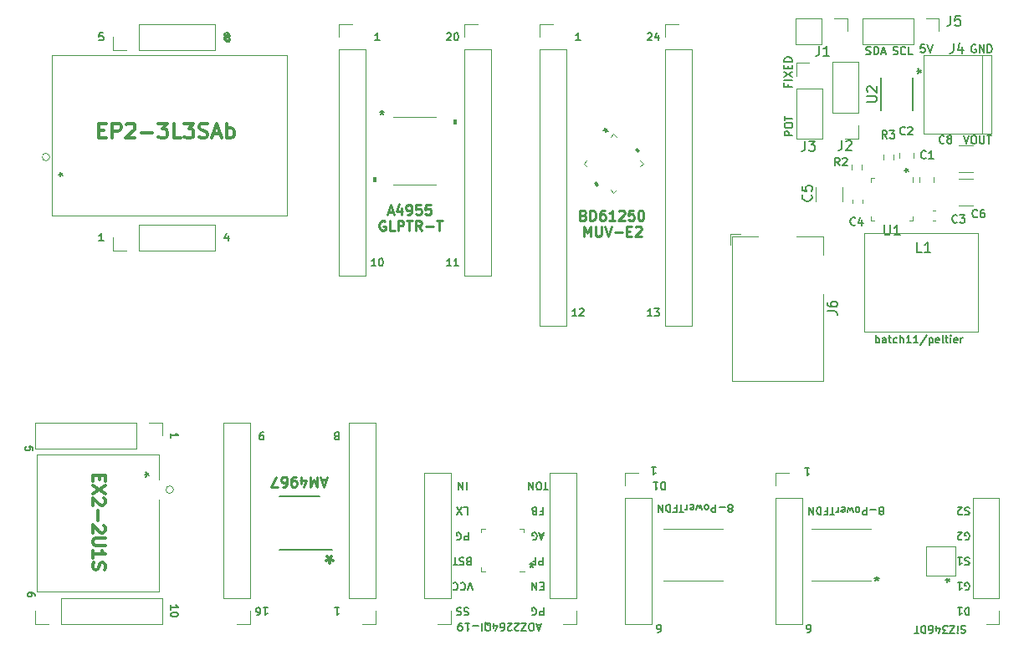
<source format=gto>
G04 #@! TF.GenerationSoftware,KiCad,Pcbnew,(5.1.6-0-10_14)*
G04 #@! TF.CreationDate,2021-10-07T10:13:42+09:00*
G04 #@! TF.ProjectId,panel_breakouts_211007,70616e65-6c5f-4627-9265-616b6f757473,rev?*
G04 #@! TF.SameCoordinates,Original*
G04 #@! TF.FileFunction,Legend,Top*
G04 #@! TF.FilePolarity,Positive*
%FSLAX46Y46*%
G04 Gerber Fmt 4.6, Leading zero omitted, Abs format (unit mm)*
G04 Created by KiCad (PCBNEW (5.1.6-0-10_14)) date 2021-10-07 10:13:42*
%MOMM*%
%LPD*%
G01*
G04 APERTURE LIST*
%ADD10C,0.190500*%
%ADD11C,0.254000*%
%ADD12C,0.300000*%
%ADD13C,0.150000*%
%ADD14C,0.120000*%
%ADD15C,0.100000*%
%ADD16C,0.152400*%
G04 APERTURE END LIST*
D10*
X112449428Y-69505285D02*
X112376857Y-69469000D01*
X112340571Y-69432714D01*
X112304285Y-69360142D01*
X112304285Y-69323857D01*
X112340571Y-69251285D01*
X112376857Y-69215000D01*
X112449428Y-69178714D01*
X112594571Y-69178714D01*
X112667142Y-69215000D01*
X112703428Y-69251285D01*
X112739714Y-69323857D01*
X112739714Y-69360142D01*
X112703428Y-69432714D01*
X112667142Y-69469000D01*
X112594571Y-69505285D01*
X112449428Y-69505285D01*
X112376857Y-69541571D01*
X112340571Y-69577857D01*
X112304285Y-69650428D01*
X112304285Y-69795571D01*
X112340571Y-69868142D01*
X112376857Y-69904428D01*
X112449428Y-69940714D01*
X112594571Y-69940714D01*
X112667142Y-69904428D01*
X112703428Y-69868142D01*
X112739714Y-69795571D01*
X112739714Y-69650428D01*
X112703428Y-69577857D01*
X112667142Y-69541571D01*
X112594571Y-69505285D01*
X134801428Y-69251285D02*
X134837714Y-69215000D01*
X134910285Y-69178714D01*
X135091714Y-69178714D01*
X135164285Y-69215000D01*
X135200571Y-69251285D01*
X135236857Y-69323857D01*
X135236857Y-69396428D01*
X135200571Y-69505285D01*
X134765142Y-69940714D01*
X135236857Y-69940714D01*
X135708571Y-69178714D02*
X135781142Y-69178714D01*
X135853714Y-69215000D01*
X135890000Y-69251285D01*
X135926285Y-69323857D01*
X135962571Y-69469000D01*
X135962571Y-69650428D01*
X135926285Y-69795571D01*
X135890000Y-69868142D01*
X135853714Y-69904428D01*
X135781142Y-69940714D01*
X135708571Y-69940714D01*
X135636000Y-69904428D01*
X135599714Y-69868142D01*
X135563428Y-69795571D01*
X135527142Y-69650428D01*
X135527142Y-69469000D01*
X135563428Y-69323857D01*
X135599714Y-69251285D01*
X135636000Y-69215000D01*
X135708571Y-69178714D01*
X135236857Y-92800714D02*
X134801428Y-92800714D01*
X135019142Y-92800714D02*
X135019142Y-92038714D01*
X134946571Y-92147571D01*
X134874000Y-92220142D01*
X134801428Y-92256428D01*
X135962571Y-92800714D02*
X135527142Y-92800714D01*
X135744857Y-92800714D02*
X135744857Y-92038714D01*
X135672285Y-92147571D01*
X135599714Y-92220142D01*
X135527142Y-92256428D01*
X127616857Y-92800714D02*
X127181428Y-92800714D01*
X127399142Y-92800714D02*
X127399142Y-92038714D01*
X127326571Y-92147571D01*
X127254000Y-92220142D01*
X127181428Y-92256428D01*
X128088571Y-92038714D02*
X128161142Y-92038714D01*
X128233714Y-92075000D01*
X128270000Y-92111285D01*
X128306285Y-92183857D01*
X128342571Y-92329000D01*
X128342571Y-92510428D01*
X128306285Y-92655571D01*
X128270000Y-92728142D01*
X128233714Y-92764428D01*
X128161142Y-92800714D01*
X128088571Y-92800714D01*
X128016000Y-92764428D01*
X127979714Y-92728142D01*
X127943428Y-92655571D01*
X127907142Y-92510428D01*
X127907142Y-92329000D01*
X127943428Y-92183857D01*
X127979714Y-92111285D01*
X128016000Y-92075000D01*
X128088571Y-92038714D01*
X127979714Y-69940714D02*
X127544285Y-69940714D01*
X127762000Y-69940714D02*
X127762000Y-69178714D01*
X127689428Y-69287571D01*
X127616857Y-69360142D01*
X127544285Y-69396428D01*
X116207142Y-127417285D02*
X116642571Y-127417285D01*
X116424857Y-127417285D02*
X116424857Y-128179285D01*
X116497428Y-128070428D01*
X116570000Y-127997857D01*
X116642571Y-127961571D01*
X115554000Y-128179285D02*
X115699142Y-128179285D01*
X115771714Y-128143000D01*
X115808000Y-128106714D01*
X115880571Y-127997857D01*
X115916857Y-127852714D01*
X115916857Y-127562428D01*
X115880571Y-127489857D01*
X115844285Y-127453571D01*
X115771714Y-127417285D01*
X115626571Y-127417285D01*
X115554000Y-127453571D01*
X115517714Y-127489857D01*
X115481428Y-127562428D01*
X115481428Y-127743857D01*
X115517714Y-127816428D01*
X115554000Y-127852714D01*
X115626571Y-127889000D01*
X115771714Y-127889000D01*
X115844285Y-127852714D01*
X115880571Y-127816428D01*
X115916857Y-127743857D01*
X116207142Y-109637285D02*
X116062000Y-109637285D01*
X115989428Y-109673571D01*
X115953142Y-109709857D01*
X115880571Y-109818714D01*
X115844285Y-109963857D01*
X115844285Y-110254142D01*
X115880571Y-110326714D01*
X115916857Y-110363000D01*
X115989428Y-110399285D01*
X116134571Y-110399285D01*
X116207142Y-110363000D01*
X116243428Y-110326714D01*
X116279714Y-110254142D01*
X116279714Y-110072714D01*
X116243428Y-110000142D01*
X116207142Y-109963857D01*
X116134571Y-109927571D01*
X115989428Y-109927571D01*
X115916857Y-109963857D01*
X115880571Y-110000142D01*
X115844285Y-110072714D01*
X123754571Y-110072714D02*
X123827142Y-110109000D01*
X123863428Y-110145285D01*
X123899714Y-110217857D01*
X123899714Y-110254142D01*
X123863428Y-110326714D01*
X123827142Y-110363000D01*
X123754571Y-110399285D01*
X123609428Y-110399285D01*
X123536857Y-110363000D01*
X123500571Y-110326714D01*
X123464285Y-110254142D01*
X123464285Y-110217857D01*
X123500571Y-110145285D01*
X123536857Y-110109000D01*
X123609428Y-110072714D01*
X123754571Y-110072714D01*
X123827142Y-110036428D01*
X123863428Y-110000142D01*
X123899714Y-109927571D01*
X123899714Y-109782428D01*
X123863428Y-109709857D01*
X123827142Y-109673571D01*
X123754571Y-109637285D01*
X123609428Y-109637285D01*
X123536857Y-109673571D01*
X123500571Y-109709857D01*
X123464285Y-109782428D01*
X123464285Y-109927571D01*
X123500571Y-110000142D01*
X123536857Y-110036428D01*
X123609428Y-110072714D01*
X123464285Y-127417285D02*
X123899714Y-127417285D01*
X123682000Y-127417285D02*
X123682000Y-128179285D01*
X123754571Y-128070428D01*
X123827142Y-127997857D01*
X123899714Y-127961571D01*
X155121428Y-69251285D02*
X155157714Y-69215000D01*
X155230285Y-69178714D01*
X155411714Y-69178714D01*
X155484285Y-69215000D01*
X155520571Y-69251285D01*
X155556857Y-69323857D01*
X155556857Y-69396428D01*
X155520571Y-69505285D01*
X155085142Y-69940714D01*
X155556857Y-69940714D01*
X156210000Y-69432714D02*
X156210000Y-69940714D01*
X156028571Y-69142428D02*
X155847142Y-69686714D01*
X156318857Y-69686714D01*
X155556857Y-97880714D02*
X155121428Y-97880714D01*
X155339142Y-97880714D02*
X155339142Y-97118714D01*
X155266571Y-97227571D01*
X155194000Y-97300142D01*
X155121428Y-97336428D01*
X155810857Y-97118714D02*
X156282571Y-97118714D01*
X156028571Y-97409000D01*
X156137428Y-97409000D01*
X156210000Y-97445285D01*
X156246285Y-97481571D01*
X156282571Y-97554142D01*
X156282571Y-97735571D01*
X156246285Y-97808142D01*
X156210000Y-97844428D01*
X156137428Y-97880714D01*
X155919714Y-97880714D01*
X155847142Y-97844428D01*
X155810857Y-97808142D01*
X147936857Y-97880714D02*
X147501428Y-97880714D01*
X147719142Y-97880714D02*
X147719142Y-97118714D01*
X147646571Y-97227571D01*
X147574000Y-97300142D01*
X147501428Y-97336428D01*
X148227142Y-97191285D02*
X148263428Y-97155000D01*
X148336000Y-97118714D01*
X148517428Y-97118714D01*
X148590000Y-97155000D01*
X148626285Y-97191285D01*
X148662571Y-97263857D01*
X148662571Y-97336428D01*
X148626285Y-97445285D01*
X148190857Y-97880714D01*
X148662571Y-97880714D01*
X148299714Y-69940714D02*
X147864285Y-69940714D01*
X148082000Y-69940714D02*
X148082000Y-69178714D01*
X148009428Y-69287571D01*
X147936857Y-69360142D01*
X147864285Y-69396428D01*
X156874428Y-114697285D02*
X156874428Y-115459285D01*
X156693000Y-115459285D01*
X156584142Y-115423000D01*
X156511571Y-115350428D01*
X156475285Y-115277857D01*
X156439000Y-115132714D01*
X156439000Y-115023857D01*
X156475285Y-114878714D01*
X156511571Y-114806142D01*
X156584142Y-114733571D01*
X156693000Y-114697285D01*
X156874428Y-114697285D01*
X155713285Y-114697285D02*
X156148714Y-114697285D01*
X155931000Y-114697285D02*
X155931000Y-115459285D01*
X156003571Y-115350428D01*
X156076142Y-115277857D01*
X156148714Y-115241571D01*
X187666571Y-117285571D02*
X187557714Y-117249285D01*
X187376285Y-117249285D01*
X187303714Y-117285571D01*
X187267428Y-117321857D01*
X187231142Y-117394428D01*
X187231142Y-117467000D01*
X187267428Y-117539571D01*
X187303714Y-117575857D01*
X187376285Y-117612142D01*
X187521428Y-117648428D01*
X187594000Y-117684714D01*
X187630285Y-117721000D01*
X187666571Y-117793571D01*
X187666571Y-117866142D01*
X187630285Y-117938714D01*
X187594000Y-117975000D01*
X187521428Y-118011285D01*
X187340000Y-118011285D01*
X187231142Y-117975000D01*
X186940857Y-117938714D02*
X186904571Y-117975000D01*
X186832000Y-118011285D01*
X186650571Y-118011285D01*
X186578000Y-117975000D01*
X186541714Y-117938714D01*
X186505428Y-117866142D01*
X186505428Y-117793571D01*
X186541714Y-117684714D01*
X186977142Y-117249285D01*
X186505428Y-117249285D01*
X187249285Y-120515000D02*
X187321857Y-120551285D01*
X187430714Y-120551285D01*
X187539571Y-120515000D01*
X187612142Y-120442428D01*
X187648428Y-120369857D01*
X187684714Y-120224714D01*
X187684714Y-120115857D01*
X187648428Y-119970714D01*
X187612142Y-119898142D01*
X187539571Y-119825571D01*
X187430714Y-119789285D01*
X187358142Y-119789285D01*
X187249285Y-119825571D01*
X187213000Y-119861857D01*
X187213000Y-120115857D01*
X187358142Y-120115857D01*
X186922714Y-120478714D02*
X186886428Y-120515000D01*
X186813857Y-120551285D01*
X186632428Y-120551285D01*
X186559857Y-120515000D01*
X186523571Y-120478714D01*
X186487285Y-120406142D01*
X186487285Y-120333571D01*
X186523571Y-120224714D01*
X186959000Y-119789285D01*
X186487285Y-119789285D01*
X187666571Y-122365571D02*
X187557714Y-122329285D01*
X187376285Y-122329285D01*
X187303714Y-122365571D01*
X187267428Y-122401857D01*
X187231142Y-122474428D01*
X187231142Y-122547000D01*
X187267428Y-122619571D01*
X187303714Y-122655857D01*
X187376285Y-122692142D01*
X187521428Y-122728428D01*
X187594000Y-122764714D01*
X187630285Y-122801000D01*
X187666571Y-122873571D01*
X187666571Y-122946142D01*
X187630285Y-123018714D01*
X187594000Y-123055000D01*
X187521428Y-123091285D01*
X187340000Y-123091285D01*
X187231142Y-123055000D01*
X186505428Y-122329285D02*
X186940857Y-122329285D01*
X186723142Y-122329285D02*
X186723142Y-123091285D01*
X186795714Y-122982428D01*
X186868285Y-122909857D01*
X186940857Y-122873571D01*
X187249285Y-125595000D02*
X187321857Y-125631285D01*
X187430714Y-125631285D01*
X187539571Y-125595000D01*
X187612142Y-125522428D01*
X187648428Y-125449857D01*
X187684714Y-125304714D01*
X187684714Y-125195857D01*
X187648428Y-125050714D01*
X187612142Y-124978142D01*
X187539571Y-124905571D01*
X187430714Y-124869285D01*
X187358142Y-124869285D01*
X187249285Y-124905571D01*
X187213000Y-124941857D01*
X187213000Y-125195857D01*
X187358142Y-125195857D01*
X186487285Y-124869285D02*
X186922714Y-124869285D01*
X186705000Y-124869285D02*
X186705000Y-125631285D01*
X186777571Y-125522428D01*
X186850142Y-125449857D01*
X186922714Y-125413571D01*
X187648428Y-127409285D02*
X187648428Y-128171285D01*
X187467000Y-128171285D01*
X187358142Y-128135000D01*
X187285571Y-128062428D01*
X187249285Y-127989857D01*
X187213000Y-127844714D01*
X187213000Y-127735857D01*
X187249285Y-127590714D01*
X187285571Y-127518142D01*
X187358142Y-127445571D01*
X187467000Y-127409285D01*
X187648428Y-127409285D01*
X186487285Y-127409285D02*
X186922714Y-127409285D01*
X186705000Y-127409285D02*
X186705000Y-128171285D01*
X186777571Y-128062428D01*
X186850142Y-127989857D01*
X186922714Y-127953571D01*
X145018000Y-115479285D02*
X144582571Y-115479285D01*
X144800285Y-114717285D02*
X144800285Y-115479285D01*
X144183428Y-115479285D02*
X144038285Y-115479285D01*
X143965714Y-115443000D01*
X143893142Y-115370428D01*
X143856857Y-115225285D01*
X143856857Y-114971285D01*
X143893142Y-114826142D01*
X143965714Y-114753571D01*
X144038285Y-114717285D01*
X144183428Y-114717285D01*
X144256000Y-114753571D01*
X144328571Y-114826142D01*
X144364857Y-114971285D01*
X144364857Y-115225285D01*
X144328571Y-115370428D01*
X144256000Y-115443000D01*
X144183428Y-115479285D01*
X143530285Y-114717285D02*
X143530285Y-115479285D01*
X143094857Y-114717285D01*
X143094857Y-115479285D01*
X144274142Y-117656428D02*
X144528142Y-117656428D01*
X144528142Y-117257285D02*
X144528142Y-118019285D01*
X144165285Y-118019285D01*
X143621000Y-117656428D02*
X143512142Y-117620142D01*
X143475857Y-117583857D01*
X143439571Y-117511285D01*
X143439571Y-117402428D01*
X143475857Y-117329857D01*
X143512142Y-117293571D01*
X143584714Y-117257285D01*
X143875000Y-117257285D01*
X143875000Y-118019285D01*
X143621000Y-118019285D01*
X143548428Y-117983000D01*
X143512142Y-117946714D01*
X143475857Y-117874142D01*
X143475857Y-117801571D01*
X143512142Y-117729000D01*
X143548428Y-117692714D01*
X143621000Y-117656428D01*
X143875000Y-117656428D01*
X144564428Y-120015000D02*
X144201571Y-120015000D01*
X144637000Y-119797285D02*
X144383000Y-120559285D01*
X144129000Y-119797285D01*
X143475857Y-120523000D02*
X143548428Y-120559285D01*
X143657285Y-120559285D01*
X143766142Y-120523000D01*
X143838714Y-120450428D01*
X143875000Y-120377857D01*
X143911285Y-120232714D01*
X143911285Y-120123857D01*
X143875000Y-119978714D01*
X143838714Y-119906142D01*
X143766142Y-119833571D01*
X143657285Y-119797285D01*
X143584714Y-119797285D01*
X143475857Y-119833571D01*
X143439571Y-119869857D01*
X143439571Y-120123857D01*
X143584714Y-120123857D01*
X144528142Y-122337285D02*
X144528142Y-123099285D01*
X144237857Y-123099285D01*
X144165285Y-123063000D01*
X144129000Y-123026714D01*
X144092714Y-122954142D01*
X144092714Y-122845285D01*
X144129000Y-122772714D01*
X144165285Y-122736428D01*
X144237857Y-122700142D01*
X144528142Y-122700142D01*
X143512142Y-122736428D02*
X143766142Y-122736428D01*
X143766142Y-122337285D02*
X143766142Y-123099285D01*
X143403285Y-123099285D01*
X144564428Y-125276428D02*
X144310428Y-125276428D01*
X144201571Y-124877285D02*
X144564428Y-124877285D01*
X144564428Y-125639285D01*
X144201571Y-125639285D01*
X143875000Y-124877285D02*
X143875000Y-125639285D01*
X143439571Y-124877285D01*
X143439571Y-125639285D01*
X136962571Y-127453571D02*
X136853714Y-127417285D01*
X136672285Y-127417285D01*
X136599714Y-127453571D01*
X136563428Y-127489857D01*
X136527142Y-127562428D01*
X136527142Y-127635000D01*
X136563428Y-127707571D01*
X136599714Y-127743857D01*
X136672285Y-127780142D01*
X136817428Y-127816428D01*
X136890000Y-127852714D01*
X136926285Y-127889000D01*
X136962571Y-127961571D01*
X136962571Y-128034142D01*
X136926285Y-128106714D01*
X136890000Y-128143000D01*
X136817428Y-128179285D01*
X136636000Y-128179285D01*
X136527142Y-128143000D01*
X136236857Y-127453571D02*
X136128000Y-127417285D01*
X135946571Y-127417285D01*
X135874000Y-127453571D01*
X135837714Y-127489857D01*
X135801428Y-127562428D01*
X135801428Y-127635000D01*
X135837714Y-127707571D01*
X135874000Y-127743857D01*
X135946571Y-127780142D01*
X136091714Y-127816428D01*
X136164285Y-127852714D01*
X136200571Y-127889000D01*
X136236857Y-127961571D01*
X136236857Y-128034142D01*
X136200571Y-128106714D01*
X136164285Y-128143000D01*
X136091714Y-128179285D01*
X135910285Y-128179285D01*
X135801428Y-128143000D01*
X137398000Y-125639285D02*
X137144000Y-124877285D01*
X136890000Y-125639285D01*
X136200571Y-124949857D02*
X136236857Y-124913571D01*
X136345714Y-124877285D01*
X136418285Y-124877285D01*
X136527142Y-124913571D01*
X136599714Y-124986142D01*
X136636000Y-125058714D01*
X136672285Y-125203857D01*
X136672285Y-125312714D01*
X136636000Y-125457857D01*
X136599714Y-125530428D01*
X136527142Y-125603000D01*
X136418285Y-125639285D01*
X136345714Y-125639285D01*
X136236857Y-125603000D01*
X136200571Y-125566714D01*
X135438571Y-124949857D02*
X135474857Y-124913571D01*
X135583714Y-124877285D01*
X135656285Y-124877285D01*
X135765142Y-124913571D01*
X135837714Y-124986142D01*
X135874000Y-125058714D01*
X135910285Y-125203857D01*
X135910285Y-125312714D01*
X135874000Y-125457857D01*
X135837714Y-125530428D01*
X135765142Y-125603000D01*
X135656285Y-125639285D01*
X135583714Y-125639285D01*
X135474857Y-125603000D01*
X135438571Y-125566714D01*
X136980714Y-122736428D02*
X136871857Y-122700142D01*
X136835571Y-122663857D01*
X136799285Y-122591285D01*
X136799285Y-122482428D01*
X136835571Y-122409857D01*
X136871857Y-122373571D01*
X136944428Y-122337285D01*
X137234714Y-122337285D01*
X137234714Y-123099285D01*
X136980714Y-123099285D01*
X136908142Y-123063000D01*
X136871857Y-123026714D01*
X136835571Y-122954142D01*
X136835571Y-122881571D01*
X136871857Y-122809000D01*
X136908142Y-122772714D01*
X136980714Y-122736428D01*
X137234714Y-122736428D01*
X136509000Y-122373571D02*
X136400142Y-122337285D01*
X136218714Y-122337285D01*
X136146142Y-122373571D01*
X136109857Y-122409857D01*
X136073571Y-122482428D01*
X136073571Y-122555000D01*
X136109857Y-122627571D01*
X136146142Y-122663857D01*
X136218714Y-122700142D01*
X136363857Y-122736428D01*
X136436428Y-122772714D01*
X136472714Y-122809000D01*
X136509000Y-122881571D01*
X136509000Y-122954142D01*
X136472714Y-123026714D01*
X136436428Y-123063000D01*
X136363857Y-123099285D01*
X136182428Y-123099285D01*
X136073571Y-123063000D01*
X135855857Y-123099285D02*
X135420428Y-123099285D01*
X135638142Y-122337285D02*
X135638142Y-123099285D01*
X136962571Y-119797285D02*
X136962571Y-120559285D01*
X136672285Y-120559285D01*
X136599714Y-120523000D01*
X136563428Y-120486714D01*
X136527142Y-120414142D01*
X136527142Y-120305285D01*
X136563428Y-120232714D01*
X136599714Y-120196428D01*
X136672285Y-120160142D01*
X136962571Y-120160142D01*
X135801428Y-120523000D02*
X135874000Y-120559285D01*
X135982857Y-120559285D01*
X136091714Y-120523000D01*
X136164285Y-120450428D01*
X136200571Y-120377857D01*
X136236857Y-120232714D01*
X136236857Y-120123857D01*
X136200571Y-119978714D01*
X136164285Y-119906142D01*
X136091714Y-119833571D01*
X135982857Y-119797285D01*
X135910285Y-119797285D01*
X135801428Y-119833571D01*
X135765142Y-119869857D01*
X135765142Y-120123857D01*
X135910285Y-120123857D01*
X136509000Y-117257285D02*
X136871857Y-117257285D01*
X136871857Y-118019285D01*
X136327571Y-118019285D02*
X135819571Y-117257285D01*
X135819571Y-118019285D02*
X136327571Y-117257285D01*
X136781142Y-114717285D02*
X136781142Y-115479285D01*
X136418285Y-114717285D02*
X136418285Y-115479285D01*
X135982857Y-114717285D01*
X135982857Y-115479285D01*
X156096857Y-129909285D02*
X156242000Y-129909285D01*
X156314571Y-129873000D01*
X156350857Y-129836714D01*
X156423428Y-129727857D01*
X156459714Y-129582714D01*
X156459714Y-129292428D01*
X156423428Y-129219857D01*
X156387142Y-129183571D01*
X156314571Y-129147285D01*
X156169428Y-129147285D01*
X156096857Y-129183571D01*
X156060571Y-129219857D01*
X156024285Y-129292428D01*
X156024285Y-129473857D01*
X156060571Y-129546428D01*
X156096857Y-129582714D01*
X156169428Y-129619000D01*
X156314571Y-129619000D01*
X156387142Y-129582714D01*
X156423428Y-129546428D01*
X156459714Y-129473857D01*
X171266857Y-129909285D02*
X171412000Y-129909285D01*
X171484571Y-129873000D01*
X171520857Y-129836714D01*
X171593428Y-129727857D01*
X171629714Y-129582714D01*
X171629714Y-129292428D01*
X171593428Y-129219857D01*
X171557142Y-129183571D01*
X171484571Y-129147285D01*
X171339428Y-129147285D01*
X171266857Y-129183571D01*
X171230571Y-129219857D01*
X171194285Y-129292428D01*
X171194285Y-129473857D01*
X171230571Y-129546428D01*
X171266857Y-129582714D01*
X171339428Y-129619000D01*
X171484571Y-129619000D01*
X171557142Y-129582714D01*
X171593428Y-129546428D01*
X171629714Y-129473857D01*
X106827285Y-127616857D02*
X106827285Y-127181428D01*
X106827285Y-127399142D02*
X107589285Y-127399142D01*
X107480428Y-127326571D01*
X107407857Y-127254000D01*
X107371571Y-127181428D01*
X107589285Y-128088571D02*
X107589285Y-128161142D01*
X107553000Y-128233714D01*
X107516714Y-128270000D01*
X107444142Y-128306285D01*
X107299000Y-128342571D01*
X107117571Y-128342571D01*
X106972428Y-128306285D01*
X106899857Y-128270000D01*
X106863571Y-128233714D01*
X106827285Y-128161142D01*
X106827285Y-128088571D01*
X106863571Y-128016000D01*
X106899857Y-127979714D01*
X106972428Y-127943428D01*
X107117571Y-127907142D01*
X107299000Y-127907142D01*
X107444142Y-127943428D01*
X107516714Y-127979714D01*
X107553000Y-128016000D01*
X107589285Y-128088571D01*
X93109285Y-126247142D02*
X93109285Y-126102000D01*
X93073000Y-126029428D01*
X93036714Y-125993142D01*
X92927857Y-125920571D01*
X92782714Y-125884285D01*
X92492428Y-125884285D01*
X92419857Y-125920571D01*
X92383571Y-125956857D01*
X92347285Y-126029428D01*
X92347285Y-126174571D01*
X92383571Y-126247142D01*
X92419857Y-126283428D01*
X92492428Y-126319714D01*
X92673857Y-126319714D01*
X92746428Y-126283428D01*
X92782714Y-126247142D01*
X92819000Y-126174571D01*
X92819000Y-126029428D01*
X92782714Y-125956857D01*
X92746428Y-125920571D01*
X92673857Y-125884285D01*
X92899285Y-111473428D02*
X92899285Y-111110571D01*
X92536428Y-111074285D01*
X92572714Y-111110571D01*
X92609000Y-111183142D01*
X92609000Y-111364571D01*
X92572714Y-111437142D01*
X92536428Y-111473428D01*
X92463857Y-111509714D01*
X92282428Y-111509714D01*
X92209857Y-111473428D01*
X92173571Y-111437142D01*
X92137285Y-111364571D01*
X92137285Y-111183142D01*
X92173571Y-111110571D01*
X92209857Y-111074285D01*
X106827285Y-110199714D02*
X106827285Y-109764285D01*
X106827285Y-109982000D02*
X107589285Y-109982000D01*
X107480428Y-109909428D01*
X107407857Y-109836857D01*
X107371571Y-109764285D01*
X112667142Y-89752714D02*
X112667142Y-90260714D01*
X112485714Y-89462428D02*
X112304285Y-90006714D01*
X112776000Y-90006714D01*
X100003428Y-69178714D02*
X99640571Y-69178714D01*
X99604285Y-69541571D01*
X99640571Y-69505285D01*
X99713142Y-69469000D01*
X99894571Y-69469000D01*
X99967142Y-69505285D01*
X100003428Y-69541571D01*
X100039714Y-69614142D01*
X100039714Y-69795571D01*
X100003428Y-69868142D01*
X99967142Y-69904428D01*
X99894571Y-69940714D01*
X99713142Y-69940714D01*
X99640571Y-69904428D01*
X99604285Y-69868142D01*
X112559428Y-69645285D02*
X112486857Y-69609000D01*
X112450571Y-69572714D01*
X112414285Y-69500142D01*
X112414285Y-69463857D01*
X112450571Y-69391285D01*
X112486857Y-69355000D01*
X112559428Y-69318714D01*
X112704571Y-69318714D01*
X112777142Y-69355000D01*
X112813428Y-69391285D01*
X112849714Y-69463857D01*
X112849714Y-69500142D01*
X112813428Y-69572714D01*
X112777142Y-69609000D01*
X112704571Y-69645285D01*
X112559428Y-69645285D01*
X112486857Y-69681571D01*
X112450571Y-69717857D01*
X112414285Y-69790428D01*
X112414285Y-69935571D01*
X112450571Y-70008142D01*
X112486857Y-70044428D01*
X112559428Y-70080714D01*
X112704571Y-70080714D01*
X112777142Y-70044428D01*
X112813428Y-70008142D01*
X112849714Y-69935571D01*
X112849714Y-69790428D01*
X112813428Y-69717857D01*
X112777142Y-69681571D01*
X112704571Y-69645285D01*
X100039714Y-90260714D02*
X99604285Y-90260714D01*
X99822000Y-90260714D02*
X99822000Y-89498714D01*
X99749428Y-89607571D01*
X99676857Y-89680142D01*
X99604285Y-89716428D01*
X171034285Y-113267285D02*
X171469714Y-113267285D01*
X171252000Y-113267285D02*
X171252000Y-114029285D01*
X171324571Y-113920428D01*
X171397142Y-113847857D01*
X171469714Y-113811571D01*
X155504285Y-113177285D02*
X155939714Y-113177285D01*
X155722000Y-113177285D02*
X155722000Y-113939285D01*
X155794571Y-113830428D01*
X155867142Y-113757857D01*
X155939714Y-113721571D01*
X144582571Y-127417285D02*
X144582571Y-128179285D01*
X144292285Y-128179285D01*
X144219714Y-128143000D01*
X144183428Y-128106714D01*
X144147142Y-128034142D01*
X144147142Y-127925285D01*
X144183428Y-127852714D01*
X144219714Y-127816428D01*
X144292285Y-127780142D01*
X144582571Y-127780142D01*
X143421428Y-128143000D02*
X143494000Y-128179285D01*
X143602857Y-128179285D01*
X143711714Y-128143000D01*
X143784285Y-128070428D01*
X143820571Y-127997857D01*
X143856857Y-127852714D01*
X143856857Y-127743857D01*
X143820571Y-127598714D01*
X143784285Y-127526142D01*
X143711714Y-127453571D01*
X143602857Y-127417285D01*
X143530285Y-127417285D01*
X143421428Y-127453571D01*
X143385142Y-127489857D01*
X143385142Y-127743857D01*
X143530285Y-127743857D01*
X144264857Y-129205000D02*
X143902000Y-129205000D01*
X144337428Y-128987285D02*
X144083428Y-129749285D01*
X143829428Y-128987285D01*
X143430285Y-129749285D02*
X143285142Y-129749285D01*
X143212571Y-129713000D01*
X143140000Y-129640428D01*
X143103714Y-129495285D01*
X143103714Y-129241285D01*
X143140000Y-129096142D01*
X143212571Y-129023571D01*
X143285142Y-128987285D01*
X143430285Y-128987285D01*
X143502857Y-129023571D01*
X143575428Y-129096142D01*
X143611714Y-129241285D01*
X143611714Y-129495285D01*
X143575428Y-129640428D01*
X143502857Y-129713000D01*
X143430285Y-129749285D01*
X142849714Y-129749285D02*
X142341714Y-129749285D01*
X142849714Y-128987285D01*
X142341714Y-128987285D01*
X142087714Y-129676714D02*
X142051428Y-129713000D01*
X141978857Y-129749285D01*
X141797428Y-129749285D01*
X141724857Y-129713000D01*
X141688571Y-129676714D01*
X141652285Y-129604142D01*
X141652285Y-129531571D01*
X141688571Y-129422714D01*
X142124000Y-128987285D01*
X141652285Y-128987285D01*
X141362000Y-129676714D02*
X141325714Y-129713000D01*
X141253142Y-129749285D01*
X141071714Y-129749285D01*
X140999142Y-129713000D01*
X140962857Y-129676714D01*
X140926571Y-129604142D01*
X140926571Y-129531571D01*
X140962857Y-129422714D01*
X141398285Y-128987285D01*
X140926571Y-128987285D01*
X140273428Y-129749285D02*
X140418571Y-129749285D01*
X140491142Y-129713000D01*
X140527428Y-129676714D01*
X140600000Y-129567857D01*
X140636285Y-129422714D01*
X140636285Y-129132428D01*
X140600000Y-129059857D01*
X140563714Y-129023571D01*
X140491142Y-128987285D01*
X140346000Y-128987285D01*
X140273428Y-129023571D01*
X140237142Y-129059857D01*
X140200857Y-129132428D01*
X140200857Y-129313857D01*
X140237142Y-129386428D01*
X140273428Y-129422714D01*
X140346000Y-129459000D01*
X140491142Y-129459000D01*
X140563714Y-129422714D01*
X140600000Y-129386428D01*
X140636285Y-129313857D01*
X139547714Y-129495285D02*
X139547714Y-128987285D01*
X139729142Y-129785571D02*
X139910571Y-129241285D01*
X139438857Y-129241285D01*
X138640571Y-128914714D02*
X138713142Y-128951000D01*
X138785714Y-129023571D01*
X138894571Y-129132428D01*
X138967142Y-129168714D01*
X139039714Y-129168714D01*
X139003428Y-128987285D02*
X139076000Y-129023571D01*
X139148571Y-129096142D01*
X139184857Y-129241285D01*
X139184857Y-129495285D01*
X139148571Y-129640428D01*
X139076000Y-129713000D01*
X139003428Y-129749285D01*
X138858285Y-129749285D01*
X138785714Y-129713000D01*
X138713142Y-129640428D01*
X138676857Y-129495285D01*
X138676857Y-129241285D01*
X138713142Y-129096142D01*
X138785714Y-129023571D01*
X138858285Y-128987285D01*
X139003428Y-128987285D01*
X138350285Y-128987285D02*
X138350285Y-129749285D01*
X137987428Y-129277571D02*
X137406857Y-129277571D01*
X136644857Y-128987285D02*
X137080285Y-128987285D01*
X136862571Y-128987285D02*
X136862571Y-129749285D01*
X136935142Y-129640428D01*
X137007714Y-129567857D01*
X137080285Y-129531571D01*
X136282000Y-128987285D02*
X136136857Y-128987285D01*
X136064285Y-129023571D01*
X136028000Y-129059857D01*
X135955428Y-129168714D01*
X135919142Y-129313857D01*
X135919142Y-129604142D01*
X135955428Y-129676714D01*
X135991714Y-129713000D01*
X136064285Y-129749285D01*
X136209428Y-129749285D01*
X136282000Y-129713000D01*
X136318285Y-129676714D01*
X136354571Y-129604142D01*
X136354571Y-129422714D01*
X136318285Y-129350142D01*
X136282000Y-129313857D01*
X136209428Y-129277571D01*
X136064285Y-129277571D01*
X135991714Y-129313857D01*
X135955428Y-129350142D01*
X135919142Y-129422714D01*
X178830571Y-117652714D02*
X178903142Y-117689000D01*
X178939428Y-117725285D01*
X178975714Y-117797857D01*
X178975714Y-117834142D01*
X178939428Y-117906714D01*
X178903142Y-117943000D01*
X178830571Y-117979285D01*
X178685428Y-117979285D01*
X178612857Y-117943000D01*
X178576571Y-117906714D01*
X178540285Y-117834142D01*
X178540285Y-117797857D01*
X178576571Y-117725285D01*
X178612857Y-117689000D01*
X178685428Y-117652714D01*
X178830571Y-117652714D01*
X178903142Y-117616428D01*
X178939428Y-117580142D01*
X178975714Y-117507571D01*
X178975714Y-117362428D01*
X178939428Y-117289857D01*
X178903142Y-117253571D01*
X178830571Y-117217285D01*
X178685428Y-117217285D01*
X178612857Y-117253571D01*
X178576571Y-117289857D01*
X178540285Y-117362428D01*
X178540285Y-117507571D01*
X178576571Y-117580142D01*
X178612857Y-117616428D01*
X178685428Y-117652714D01*
X178213714Y-117507571D02*
X177633142Y-117507571D01*
X177270285Y-117217285D02*
X177270285Y-117979285D01*
X176980000Y-117979285D01*
X176907428Y-117943000D01*
X176871142Y-117906714D01*
X176834857Y-117834142D01*
X176834857Y-117725285D01*
X176871142Y-117652714D01*
X176907428Y-117616428D01*
X176980000Y-117580142D01*
X177270285Y-117580142D01*
X176399428Y-117217285D02*
X176472000Y-117253571D01*
X176508285Y-117289857D01*
X176544571Y-117362428D01*
X176544571Y-117580142D01*
X176508285Y-117652714D01*
X176472000Y-117689000D01*
X176399428Y-117725285D01*
X176290571Y-117725285D01*
X176218000Y-117689000D01*
X176181714Y-117652714D01*
X176145428Y-117580142D01*
X176145428Y-117362428D01*
X176181714Y-117289857D01*
X176218000Y-117253571D01*
X176290571Y-117217285D01*
X176399428Y-117217285D01*
X175891428Y-117725285D02*
X175746285Y-117217285D01*
X175601142Y-117580142D01*
X175456000Y-117217285D01*
X175310857Y-117725285D01*
X174730285Y-117253571D02*
X174802857Y-117217285D01*
X174948000Y-117217285D01*
X175020571Y-117253571D01*
X175056857Y-117326142D01*
X175056857Y-117616428D01*
X175020571Y-117689000D01*
X174948000Y-117725285D01*
X174802857Y-117725285D01*
X174730285Y-117689000D01*
X174694000Y-117616428D01*
X174694000Y-117543857D01*
X175056857Y-117471285D01*
X174367428Y-117217285D02*
X174367428Y-117725285D01*
X174367428Y-117580142D02*
X174331142Y-117652714D01*
X174294857Y-117689000D01*
X174222285Y-117725285D01*
X174149714Y-117725285D01*
X174004571Y-117979285D02*
X173569142Y-117979285D01*
X173786857Y-117217285D02*
X173786857Y-117979285D01*
X173061142Y-117616428D02*
X173315142Y-117616428D01*
X173315142Y-117217285D02*
X173315142Y-117979285D01*
X172952285Y-117979285D01*
X172662000Y-117217285D02*
X172662000Y-117979285D01*
X172480571Y-117979285D01*
X172371714Y-117943000D01*
X172299142Y-117870428D01*
X172262857Y-117797857D01*
X172226571Y-117652714D01*
X172226571Y-117543857D01*
X172262857Y-117398714D01*
X172299142Y-117326142D01*
X172371714Y-117253571D01*
X172480571Y-117217285D01*
X172662000Y-117217285D01*
X171900000Y-117217285D02*
X171900000Y-117979285D01*
X171464571Y-117217285D01*
X171464571Y-117979285D01*
X187253857Y-129285571D02*
X187145000Y-129249285D01*
X186963571Y-129249285D01*
X186891000Y-129285571D01*
X186854714Y-129321857D01*
X186818428Y-129394428D01*
X186818428Y-129467000D01*
X186854714Y-129539571D01*
X186891000Y-129575857D01*
X186963571Y-129612142D01*
X187108714Y-129648428D01*
X187181285Y-129684714D01*
X187217571Y-129721000D01*
X187253857Y-129793571D01*
X187253857Y-129866142D01*
X187217571Y-129938714D01*
X187181285Y-129975000D01*
X187108714Y-130011285D01*
X186927285Y-130011285D01*
X186818428Y-129975000D01*
X186491857Y-129249285D02*
X186491857Y-129757285D01*
X186491857Y-130011285D02*
X186528142Y-129975000D01*
X186491857Y-129938714D01*
X186455571Y-129975000D01*
X186491857Y-130011285D01*
X186491857Y-129938714D01*
X186201571Y-130011285D02*
X185693571Y-130011285D01*
X186201571Y-129249285D01*
X185693571Y-129249285D01*
X185475857Y-130011285D02*
X185004142Y-130011285D01*
X185258142Y-129721000D01*
X185149285Y-129721000D01*
X185076714Y-129684714D01*
X185040428Y-129648428D01*
X185004142Y-129575857D01*
X185004142Y-129394428D01*
X185040428Y-129321857D01*
X185076714Y-129285571D01*
X185149285Y-129249285D01*
X185367000Y-129249285D01*
X185439571Y-129285571D01*
X185475857Y-129321857D01*
X184351000Y-129757285D02*
X184351000Y-129249285D01*
X184532428Y-130047571D02*
X184713857Y-129503285D01*
X184242142Y-129503285D01*
X183625285Y-130011285D02*
X183770428Y-130011285D01*
X183843000Y-129975000D01*
X183879285Y-129938714D01*
X183951857Y-129829857D01*
X183988142Y-129684714D01*
X183988142Y-129394428D01*
X183951857Y-129321857D01*
X183915571Y-129285571D01*
X183843000Y-129249285D01*
X183697857Y-129249285D01*
X183625285Y-129285571D01*
X183589000Y-129321857D01*
X183552714Y-129394428D01*
X183552714Y-129575857D01*
X183589000Y-129648428D01*
X183625285Y-129684714D01*
X183697857Y-129721000D01*
X183843000Y-129721000D01*
X183915571Y-129684714D01*
X183951857Y-129648428D01*
X183988142Y-129575857D01*
X183226142Y-129249285D02*
X183226142Y-130011285D01*
X183044714Y-130011285D01*
X182935857Y-129975000D01*
X182863285Y-129902428D01*
X182827000Y-129829857D01*
X182790714Y-129684714D01*
X182790714Y-129575857D01*
X182827000Y-129430714D01*
X182863285Y-129358142D01*
X182935857Y-129285571D01*
X183044714Y-129249285D01*
X183226142Y-129249285D01*
X182573000Y-130011285D02*
X182137571Y-130011285D01*
X182355285Y-129249285D02*
X182355285Y-130011285D01*
X163560571Y-117392714D02*
X163633142Y-117429000D01*
X163669428Y-117465285D01*
X163705714Y-117537857D01*
X163705714Y-117574142D01*
X163669428Y-117646714D01*
X163633142Y-117683000D01*
X163560571Y-117719285D01*
X163415428Y-117719285D01*
X163342857Y-117683000D01*
X163306571Y-117646714D01*
X163270285Y-117574142D01*
X163270285Y-117537857D01*
X163306571Y-117465285D01*
X163342857Y-117429000D01*
X163415428Y-117392714D01*
X163560571Y-117392714D01*
X163633142Y-117356428D01*
X163669428Y-117320142D01*
X163705714Y-117247571D01*
X163705714Y-117102428D01*
X163669428Y-117029857D01*
X163633142Y-116993571D01*
X163560571Y-116957285D01*
X163415428Y-116957285D01*
X163342857Y-116993571D01*
X163306571Y-117029857D01*
X163270285Y-117102428D01*
X163270285Y-117247571D01*
X163306571Y-117320142D01*
X163342857Y-117356428D01*
X163415428Y-117392714D01*
X162943714Y-117247571D02*
X162363142Y-117247571D01*
X162000285Y-116957285D02*
X162000285Y-117719285D01*
X161710000Y-117719285D01*
X161637428Y-117683000D01*
X161601142Y-117646714D01*
X161564857Y-117574142D01*
X161564857Y-117465285D01*
X161601142Y-117392714D01*
X161637428Y-117356428D01*
X161710000Y-117320142D01*
X162000285Y-117320142D01*
X161129428Y-116957285D02*
X161202000Y-116993571D01*
X161238285Y-117029857D01*
X161274571Y-117102428D01*
X161274571Y-117320142D01*
X161238285Y-117392714D01*
X161202000Y-117429000D01*
X161129428Y-117465285D01*
X161020571Y-117465285D01*
X160948000Y-117429000D01*
X160911714Y-117392714D01*
X160875428Y-117320142D01*
X160875428Y-117102428D01*
X160911714Y-117029857D01*
X160948000Y-116993571D01*
X161020571Y-116957285D01*
X161129428Y-116957285D01*
X160621428Y-117465285D02*
X160476285Y-116957285D01*
X160331142Y-117320142D01*
X160186000Y-116957285D01*
X160040857Y-117465285D01*
X159460285Y-116993571D02*
X159532857Y-116957285D01*
X159678000Y-116957285D01*
X159750571Y-116993571D01*
X159786857Y-117066142D01*
X159786857Y-117356428D01*
X159750571Y-117429000D01*
X159678000Y-117465285D01*
X159532857Y-117465285D01*
X159460285Y-117429000D01*
X159424000Y-117356428D01*
X159424000Y-117283857D01*
X159786857Y-117211285D01*
X159097428Y-116957285D02*
X159097428Y-117465285D01*
X159097428Y-117320142D02*
X159061142Y-117392714D01*
X159024857Y-117429000D01*
X158952285Y-117465285D01*
X158879714Y-117465285D01*
X158734571Y-117719285D02*
X158299142Y-117719285D01*
X158516857Y-116957285D02*
X158516857Y-117719285D01*
X157791142Y-117356428D02*
X158045142Y-117356428D01*
X158045142Y-116957285D02*
X158045142Y-117719285D01*
X157682285Y-117719285D01*
X157392000Y-116957285D02*
X157392000Y-117719285D01*
X157210571Y-117719285D01*
X157101714Y-117683000D01*
X157029142Y-117610428D01*
X156992857Y-117537857D01*
X156956571Y-117392714D01*
X156956571Y-117283857D01*
X156992857Y-117138714D01*
X157029142Y-117066142D01*
X157101714Y-116993571D01*
X157210571Y-116957285D01*
X157392000Y-116957285D01*
X156630000Y-116957285D02*
X156630000Y-117719285D01*
X156194571Y-116957285D01*
X156194571Y-117719285D01*
D11*
X148673333Y-89795619D02*
X148673333Y-88779619D01*
X149012000Y-89505333D01*
X149350666Y-88779619D01*
X149350666Y-89795619D01*
X149834476Y-88779619D02*
X149834476Y-89602095D01*
X149882857Y-89698857D01*
X149931238Y-89747238D01*
X150028000Y-89795619D01*
X150221523Y-89795619D01*
X150318285Y-89747238D01*
X150366666Y-89698857D01*
X150415047Y-89602095D01*
X150415047Y-88779619D01*
X150753714Y-88779619D02*
X151092380Y-89795619D01*
X151431047Y-88779619D01*
X151769714Y-89408571D02*
X152543809Y-89408571D01*
X153027619Y-89263428D02*
X153366285Y-89263428D01*
X153511428Y-89795619D02*
X153027619Y-89795619D01*
X153027619Y-88779619D01*
X153511428Y-88779619D01*
X153898476Y-88876380D02*
X153946857Y-88828000D01*
X154043619Y-88779619D01*
X154285523Y-88779619D01*
X154382285Y-88828000D01*
X154430666Y-88876380D01*
X154479047Y-88973142D01*
X154479047Y-89069904D01*
X154430666Y-89215047D01*
X153850095Y-89795619D01*
X154479047Y-89795619D01*
X148617523Y-87653428D02*
X148762666Y-87701809D01*
X148811047Y-87750190D01*
X148859428Y-87846952D01*
X148859428Y-87992095D01*
X148811047Y-88088857D01*
X148762666Y-88137238D01*
X148665904Y-88185619D01*
X148278857Y-88185619D01*
X148278857Y-87169619D01*
X148617523Y-87169619D01*
X148714285Y-87218000D01*
X148762666Y-87266380D01*
X148811047Y-87363142D01*
X148811047Y-87459904D01*
X148762666Y-87556666D01*
X148714285Y-87605047D01*
X148617523Y-87653428D01*
X148278857Y-87653428D01*
X149294857Y-88185619D02*
X149294857Y-87169619D01*
X149536761Y-87169619D01*
X149681904Y-87218000D01*
X149778666Y-87314761D01*
X149827047Y-87411523D01*
X149875428Y-87605047D01*
X149875428Y-87750190D01*
X149827047Y-87943714D01*
X149778666Y-88040476D01*
X149681904Y-88137238D01*
X149536761Y-88185619D01*
X149294857Y-88185619D01*
X150746285Y-87169619D02*
X150552761Y-87169619D01*
X150456000Y-87218000D01*
X150407619Y-87266380D01*
X150310857Y-87411523D01*
X150262476Y-87605047D01*
X150262476Y-87992095D01*
X150310857Y-88088857D01*
X150359238Y-88137238D01*
X150456000Y-88185619D01*
X150649523Y-88185619D01*
X150746285Y-88137238D01*
X150794666Y-88088857D01*
X150843047Y-87992095D01*
X150843047Y-87750190D01*
X150794666Y-87653428D01*
X150746285Y-87605047D01*
X150649523Y-87556666D01*
X150456000Y-87556666D01*
X150359238Y-87605047D01*
X150310857Y-87653428D01*
X150262476Y-87750190D01*
X151810666Y-88185619D02*
X151230095Y-88185619D01*
X151520380Y-88185619D02*
X151520380Y-87169619D01*
X151423619Y-87314761D01*
X151326857Y-87411523D01*
X151230095Y-87459904D01*
X152197714Y-87266380D02*
X152246095Y-87218000D01*
X152342857Y-87169619D01*
X152584761Y-87169619D01*
X152681523Y-87218000D01*
X152729904Y-87266380D01*
X152778285Y-87363142D01*
X152778285Y-87459904D01*
X152729904Y-87605047D01*
X152149333Y-88185619D01*
X152778285Y-88185619D01*
X153697523Y-87169619D02*
X153213714Y-87169619D01*
X153165333Y-87653428D01*
X153213714Y-87605047D01*
X153310476Y-87556666D01*
X153552380Y-87556666D01*
X153649142Y-87605047D01*
X153697523Y-87653428D01*
X153745904Y-87750190D01*
X153745904Y-87992095D01*
X153697523Y-88088857D01*
X153649142Y-88137238D01*
X153552380Y-88185619D01*
X153310476Y-88185619D01*
X153213714Y-88137238D01*
X153165333Y-88088857D01*
X154374857Y-87169619D02*
X154471619Y-87169619D01*
X154568380Y-87218000D01*
X154616761Y-87266380D01*
X154665142Y-87363142D01*
X154713523Y-87556666D01*
X154713523Y-87798571D01*
X154665142Y-87992095D01*
X154616761Y-88088857D01*
X154568380Y-88137238D01*
X154471619Y-88185619D01*
X154374857Y-88185619D01*
X154278095Y-88137238D01*
X154229714Y-88088857D01*
X154181333Y-87992095D01*
X154132952Y-87798571D01*
X154132952Y-87556666D01*
X154181333Y-87363142D01*
X154229714Y-87266380D01*
X154278095Y-87218000D01*
X154374857Y-87169619D01*
D12*
X122912000Y-122883428D02*
X122912000Y-122526285D01*
X123269142Y-122669142D02*
X122912000Y-122526285D01*
X122554857Y-122669142D01*
X123126285Y-122240571D02*
X122912000Y-122526285D01*
X122697714Y-122240571D01*
D11*
X122609714Y-114442666D02*
X122125904Y-114442666D01*
X122706476Y-114152380D02*
X122367809Y-115168380D01*
X122029142Y-114152380D01*
X121690476Y-114152380D02*
X121690476Y-115168380D01*
X121351809Y-114442666D01*
X121013142Y-115168380D01*
X121013142Y-114152380D01*
X120093904Y-114829714D02*
X120093904Y-114152380D01*
X120335809Y-115216761D02*
X120577714Y-114491047D01*
X119948761Y-114491047D01*
X119513333Y-114152380D02*
X119319809Y-114152380D01*
X119223047Y-114200761D01*
X119174666Y-114249142D01*
X119077904Y-114394285D01*
X119029523Y-114587809D01*
X119029523Y-114974857D01*
X119077904Y-115071619D01*
X119126285Y-115120000D01*
X119223047Y-115168380D01*
X119416571Y-115168380D01*
X119513333Y-115120000D01*
X119561714Y-115071619D01*
X119610095Y-114974857D01*
X119610095Y-114732952D01*
X119561714Y-114636190D01*
X119513333Y-114587809D01*
X119416571Y-114539428D01*
X119223047Y-114539428D01*
X119126285Y-114587809D01*
X119077904Y-114636190D01*
X119029523Y-114732952D01*
X118158666Y-115168380D02*
X118352190Y-115168380D01*
X118448952Y-115120000D01*
X118497333Y-115071619D01*
X118594095Y-114926476D01*
X118642476Y-114732952D01*
X118642476Y-114345904D01*
X118594095Y-114249142D01*
X118545714Y-114200761D01*
X118448952Y-114152380D01*
X118255428Y-114152380D01*
X118158666Y-114200761D01*
X118110285Y-114249142D01*
X118061904Y-114345904D01*
X118061904Y-114587809D01*
X118110285Y-114684571D01*
X118158666Y-114732952D01*
X118255428Y-114781333D01*
X118448952Y-114781333D01*
X118545714Y-114732952D01*
X118594095Y-114684571D01*
X118642476Y-114587809D01*
X117723238Y-115168380D02*
X117045904Y-115168380D01*
X117481333Y-114152380D01*
X128527809Y-88248000D02*
X128431047Y-88199619D01*
X128285904Y-88199619D01*
X128140761Y-88248000D01*
X128044000Y-88344761D01*
X127995619Y-88441523D01*
X127947238Y-88635047D01*
X127947238Y-88780190D01*
X127995619Y-88973714D01*
X128044000Y-89070476D01*
X128140761Y-89167238D01*
X128285904Y-89215619D01*
X128382666Y-89215619D01*
X128527809Y-89167238D01*
X128576190Y-89118857D01*
X128576190Y-88780190D01*
X128382666Y-88780190D01*
X129495428Y-89215619D02*
X129011619Y-89215619D01*
X129011619Y-88199619D01*
X129834095Y-89215619D02*
X129834095Y-88199619D01*
X130221142Y-88199619D01*
X130317904Y-88248000D01*
X130366285Y-88296380D01*
X130414666Y-88393142D01*
X130414666Y-88538285D01*
X130366285Y-88635047D01*
X130317904Y-88683428D01*
X130221142Y-88731809D01*
X129834095Y-88731809D01*
X130704952Y-88199619D02*
X131285523Y-88199619D01*
X130995238Y-89215619D02*
X130995238Y-88199619D01*
X132204761Y-89215619D02*
X131866095Y-88731809D01*
X131624190Y-89215619D02*
X131624190Y-88199619D01*
X132011238Y-88199619D01*
X132108000Y-88248000D01*
X132156380Y-88296380D01*
X132204761Y-88393142D01*
X132204761Y-88538285D01*
X132156380Y-88635047D01*
X132108000Y-88683428D01*
X132011238Y-88731809D01*
X131624190Y-88731809D01*
X132640190Y-88828571D02*
X133414285Y-88828571D01*
X133752952Y-88199619D02*
X134333523Y-88199619D01*
X134043238Y-89215619D02*
X134043238Y-88199619D01*
X128834857Y-87315333D02*
X129318666Y-87315333D01*
X128738095Y-87605619D02*
X129076761Y-86589619D01*
X129415428Y-87605619D01*
X130189523Y-86928285D02*
X130189523Y-87605619D01*
X129947619Y-86541238D02*
X129705714Y-87266952D01*
X130334666Y-87266952D01*
X130770095Y-87605619D02*
X130963619Y-87605619D01*
X131060380Y-87557238D01*
X131108761Y-87508857D01*
X131205523Y-87363714D01*
X131253904Y-87170190D01*
X131253904Y-86783142D01*
X131205523Y-86686380D01*
X131157142Y-86638000D01*
X131060380Y-86589619D01*
X130866857Y-86589619D01*
X130770095Y-86638000D01*
X130721714Y-86686380D01*
X130673333Y-86783142D01*
X130673333Y-87025047D01*
X130721714Y-87121809D01*
X130770095Y-87170190D01*
X130866857Y-87218571D01*
X131060380Y-87218571D01*
X131157142Y-87170190D01*
X131205523Y-87121809D01*
X131253904Y-87025047D01*
X132173142Y-86589619D02*
X131689333Y-86589619D01*
X131640952Y-87073428D01*
X131689333Y-87025047D01*
X131786095Y-86976666D01*
X132028000Y-86976666D01*
X132124761Y-87025047D01*
X132173142Y-87073428D01*
X132221523Y-87170190D01*
X132221523Y-87412095D01*
X132173142Y-87508857D01*
X132124761Y-87557238D01*
X132028000Y-87605619D01*
X131786095Y-87605619D01*
X131689333Y-87557238D01*
X131640952Y-87508857D01*
X133140761Y-86589619D02*
X132656952Y-86589619D01*
X132608571Y-87073428D01*
X132656952Y-87025047D01*
X132753714Y-86976666D01*
X132995619Y-86976666D01*
X133092380Y-87025047D01*
X133140761Y-87073428D01*
X133189142Y-87170190D01*
X133189142Y-87412095D01*
X133140761Y-87508857D01*
X133092380Y-87557238D01*
X132995619Y-87605619D01*
X132753714Y-87605619D01*
X132656952Y-87557238D01*
X132608571Y-87508857D01*
D12*
X99622714Y-114024619D02*
X99622714Y-114447952D01*
X98957476Y-114629380D02*
X98957476Y-114024619D01*
X100227476Y-114024619D01*
X100227476Y-114629380D01*
X100227476Y-115052714D02*
X98957476Y-115899380D01*
X100227476Y-115899380D02*
X98957476Y-115052714D01*
X100106523Y-116322714D02*
X100167000Y-116383190D01*
X100227476Y-116504142D01*
X100227476Y-116806523D01*
X100167000Y-116927476D01*
X100106523Y-116987952D01*
X99985571Y-117048428D01*
X99864619Y-117048428D01*
X99683190Y-116987952D01*
X98957476Y-116262238D01*
X98957476Y-117048428D01*
X99441285Y-117592714D02*
X99441285Y-118560333D01*
X100106523Y-119104619D02*
X100167000Y-119165095D01*
X100227476Y-119286047D01*
X100227476Y-119588428D01*
X100167000Y-119709380D01*
X100106523Y-119769857D01*
X99985571Y-119830333D01*
X99864619Y-119830333D01*
X99683190Y-119769857D01*
X98957476Y-119044142D01*
X98957476Y-119830333D01*
X100227476Y-120374619D02*
X99199380Y-120374619D01*
X99078428Y-120435095D01*
X99017952Y-120495571D01*
X98957476Y-120616523D01*
X98957476Y-120858428D01*
X99017952Y-120979380D01*
X99078428Y-121039857D01*
X99199380Y-121100333D01*
X100227476Y-121100333D01*
X98957476Y-122370333D02*
X98957476Y-121644619D01*
X98957476Y-122007476D02*
X100227476Y-122007476D01*
X100046047Y-121886523D01*
X99925095Y-121765571D01*
X99864619Y-121644619D01*
X99017952Y-122854142D02*
X98957476Y-123035571D01*
X98957476Y-123337952D01*
X99017952Y-123458904D01*
X99078428Y-123519380D01*
X99199380Y-123579857D01*
X99320333Y-123579857D01*
X99441285Y-123519380D01*
X99501761Y-123458904D01*
X99562238Y-123337952D01*
X99622714Y-123096047D01*
X99683190Y-122975095D01*
X99743666Y-122914619D01*
X99864619Y-122854142D01*
X99985571Y-122854142D01*
X100106523Y-122914619D01*
X100167000Y-122975095D01*
X100227476Y-123096047D01*
X100227476Y-123398428D01*
X100167000Y-123579857D01*
X99596285Y-79048857D02*
X100096285Y-79048857D01*
X100310571Y-79834571D02*
X99596285Y-79834571D01*
X99596285Y-78334571D01*
X100310571Y-78334571D01*
X100953428Y-79834571D02*
X100953428Y-78334571D01*
X101524857Y-78334571D01*
X101667714Y-78406000D01*
X101739142Y-78477428D01*
X101810571Y-78620285D01*
X101810571Y-78834571D01*
X101739142Y-78977428D01*
X101667714Y-79048857D01*
X101524857Y-79120285D01*
X100953428Y-79120285D01*
X102382000Y-78477428D02*
X102453428Y-78406000D01*
X102596285Y-78334571D01*
X102953428Y-78334571D01*
X103096285Y-78406000D01*
X103167714Y-78477428D01*
X103239142Y-78620285D01*
X103239142Y-78763142D01*
X103167714Y-78977428D01*
X102310571Y-79834571D01*
X103239142Y-79834571D01*
X103882000Y-79263142D02*
X105024857Y-79263142D01*
X105596285Y-78334571D02*
X106524857Y-78334571D01*
X106024857Y-78906000D01*
X106239142Y-78906000D01*
X106382000Y-78977428D01*
X106453428Y-79048857D01*
X106524857Y-79191714D01*
X106524857Y-79548857D01*
X106453428Y-79691714D01*
X106382000Y-79763142D01*
X106239142Y-79834571D01*
X105810571Y-79834571D01*
X105667714Y-79763142D01*
X105596285Y-79691714D01*
X107882000Y-79834571D02*
X107167714Y-79834571D01*
X107167714Y-78334571D01*
X108239142Y-78334571D02*
X109167714Y-78334571D01*
X108667714Y-78906000D01*
X108882000Y-78906000D01*
X109024857Y-78977428D01*
X109096285Y-79048857D01*
X109167714Y-79191714D01*
X109167714Y-79548857D01*
X109096285Y-79691714D01*
X109024857Y-79763142D01*
X108882000Y-79834571D01*
X108453428Y-79834571D01*
X108310571Y-79763142D01*
X108239142Y-79691714D01*
X109739142Y-79763142D02*
X109953428Y-79834571D01*
X110310571Y-79834571D01*
X110453428Y-79763142D01*
X110524857Y-79691714D01*
X110596285Y-79548857D01*
X110596285Y-79406000D01*
X110524857Y-79263142D01*
X110453428Y-79191714D01*
X110310571Y-79120285D01*
X110024857Y-79048857D01*
X109882000Y-78977428D01*
X109810571Y-78906000D01*
X109739142Y-78763142D01*
X109739142Y-78620285D01*
X109810571Y-78477428D01*
X109882000Y-78406000D01*
X110024857Y-78334571D01*
X110382000Y-78334571D01*
X110596285Y-78406000D01*
X111167714Y-79406000D02*
X111882000Y-79406000D01*
X111024857Y-79834571D02*
X111524857Y-78334571D01*
X112024857Y-79834571D01*
X112524857Y-79834571D02*
X112524857Y-78334571D01*
X112524857Y-78906000D02*
X112667714Y-78834571D01*
X112953428Y-78834571D01*
X113096285Y-78906000D01*
X113167714Y-78977428D01*
X113239142Y-79120285D01*
X113239142Y-79548857D01*
X113167714Y-79691714D01*
X113096285Y-79763142D01*
X112953428Y-79834571D01*
X112667714Y-79834571D01*
X112524857Y-79763142D01*
D13*
X178204500Y-100590714D02*
X178204500Y-99828714D01*
X178204500Y-100119000D02*
X178277071Y-100082714D01*
X178422214Y-100082714D01*
X178494785Y-100119000D01*
X178531071Y-100155285D01*
X178567357Y-100227857D01*
X178567357Y-100445571D01*
X178531071Y-100518142D01*
X178494785Y-100554428D01*
X178422214Y-100590714D01*
X178277071Y-100590714D01*
X178204500Y-100554428D01*
X179220500Y-100590714D02*
X179220500Y-100191571D01*
X179184214Y-100119000D01*
X179111642Y-100082714D01*
X178966500Y-100082714D01*
X178893928Y-100119000D01*
X179220500Y-100554428D02*
X179147928Y-100590714D01*
X178966500Y-100590714D01*
X178893928Y-100554428D01*
X178857642Y-100481857D01*
X178857642Y-100409285D01*
X178893928Y-100336714D01*
X178966500Y-100300428D01*
X179147928Y-100300428D01*
X179220500Y-100264142D01*
X179474500Y-100082714D02*
X179764785Y-100082714D01*
X179583357Y-99828714D02*
X179583357Y-100481857D01*
X179619642Y-100554428D01*
X179692214Y-100590714D01*
X179764785Y-100590714D01*
X180345357Y-100554428D02*
X180272785Y-100590714D01*
X180127642Y-100590714D01*
X180055071Y-100554428D01*
X180018785Y-100518142D01*
X179982500Y-100445571D01*
X179982500Y-100227857D01*
X180018785Y-100155285D01*
X180055071Y-100119000D01*
X180127642Y-100082714D01*
X180272785Y-100082714D01*
X180345357Y-100119000D01*
X180671928Y-100590714D02*
X180671928Y-99828714D01*
X180998500Y-100590714D02*
X180998500Y-100191571D01*
X180962214Y-100119000D01*
X180889642Y-100082714D01*
X180780785Y-100082714D01*
X180708214Y-100119000D01*
X180671928Y-100155285D01*
X181760500Y-100590714D02*
X181325071Y-100590714D01*
X181542785Y-100590714D02*
X181542785Y-99828714D01*
X181470214Y-99937571D01*
X181397642Y-100010142D01*
X181325071Y-100046428D01*
X182486214Y-100590714D02*
X182050785Y-100590714D01*
X182268500Y-100590714D02*
X182268500Y-99828714D01*
X182195928Y-99937571D01*
X182123357Y-100010142D01*
X182050785Y-100046428D01*
X183357071Y-99792428D02*
X182703928Y-100772142D01*
X183611071Y-100082714D02*
X183611071Y-100844714D01*
X183611071Y-100119000D02*
X183683642Y-100082714D01*
X183828785Y-100082714D01*
X183901357Y-100119000D01*
X183937642Y-100155285D01*
X183973928Y-100227857D01*
X183973928Y-100445571D01*
X183937642Y-100518142D01*
X183901357Y-100554428D01*
X183828785Y-100590714D01*
X183683642Y-100590714D01*
X183611071Y-100554428D01*
X184590785Y-100554428D02*
X184518214Y-100590714D01*
X184373071Y-100590714D01*
X184300500Y-100554428D01*
X184264214Y-100481857D01*
X184264214Y-100191571D01*
X184300500Y-100119000D01*
X184373071Y-100082714D01*
X184518214Y-100082714D01*
X184590785Y-100119000D01*
X184627071Y-100191571D01*
X184627071Y-100264142D01*
X184264214Y-100336714D01*
X185062500Y-100590714D02*
X184989928Y-100554428D01*
X184953642Y-100481857D01*
X184953642Y-99828714D01*
X185243928Y-100082714D02*
X185534214Y-100082714D01*
X185352785Y-99828714D02*
X185352785Y-100481857D01*
X185389071Y-100554428D01*
X185461642Y-100590714D01*
X185534214Y-100590714D01*
X185788214Y-100590714D02*
X185788214Y-100082714D01*
X185788214Y-99828714D02*
X185751928Y-99865000D01*
X185788214Y-99901285D01*
X185824500Y-99865000D01*
X185788214Y-99828714D01*
X185788214Y-99901285D01*
X186441357Y-100554428D02*
X186368785Y-100590714D01*
X186223642Y-100590714D01*
X186151071Y-100554428D01*
X186114785Y-100481857D01*
X186114785Y-100191571D01*
X186151071Y-100119000D01*
X186223642Y-100082714D01*
X186368785Y-100082714D01*
X186441357Y-100119000D01*
X186477642Y-100191571D01*
X186477642Y-100264142D01*
X186114785Y-100336714D01*
X186804214Y-100590714D02*
X186804214Y-100082714D01*
X186804214Y-100227857D02*
X186840500Y-100155285D01*
X186876785Y-100119000D01*
X186949357Y-100082714D01*
X187021928Y-100082714D01*
X187082476Y-79597904D02*
X187349142Y-80397904D01*
X187615809Y-79597904D01*
X188034857Y-79597904D02*
X188187238Y-79597904D01*
X188263428Y-79636000D01*
X188339619Y-79712190D01*
X188377714Y-79864571D01*
X188377714Y-80131238D01*
X188339619Y-80283619D01*
X188263428Y-80359809D01*
X188187238Y-80397904D01*
X188034857Y-80397904D01*
X187958666Y-80359809D01*
X187882476Y-80283619D01*
X187844380Y-80131238D01*
X187844380Y-79864571D01*
X187882476Y-79712190D01*
X187958666Y-79636000D01*
X188034857Y-79597904D01*
X188720571Y-79597904D02*
X188720571Y-80245523D01*
X188758666Y-80321714D01*
X188796761Y-80359809D01*
X188872952Y-80397904D01*
X189025333Y-80397904D01*
X189101523Y-80359809D01*
X189139619Y-80321714D01*
X189177714Y-80245523D01*
X189177714Y-79597904D01*
X189444380Y-79597904D02*
X189901523Y-79597904D01*
X189672952Y-80397904D02*
X189672952Y-79597904D01*
X188302476Y-70406000D02*
X188226285Y-70367904D01*
X188112000Y-70367904D01*
X187997714Y-70406000D01*
X187921523Y-70482190D01*
X187883428Y-70558380D01*
X187845333Y-70710761D01*
X187845333Y-70825047D01*
X187883428Y-70977428D01*
X187921523Y-71053619D01*
X187997714Y-71129809D01*
X188112000Y-71167904D01*
X188188190Y-71167904D01*
X188302476Y-71129809D01*
X188340571Y-71091714D01*
X188340571Y-70825047D01*
X188188190Y-70825047D01*
X188683428Y-71167904D02*
X188683428Y-70367904D01*
X189140571Y-71167904D01*
X189140571Y-70367904D01*
X189521523Y-71167904D02*
X189521523Y-70367904D01*
X189712000Y-70367904D01*
X189826285Y-70406000D01*
X189902476Y-70482190D01*
X189940571Y-70558380D01*
X189978666Y-70710761D01*
X189978666Y-70825047D01*
X189940571Y-70977428D01*
X189902476Y-71053619D01*
X189826285Y-71129809D01*
X189712000Y-71167904D01*
X189521523Y-71167904D01*
X177230571Y-71329809D02*
X177344857Y-71367904D01*
X177535333Y-71367904D01*
X177611523Y-71329809D01*
X177649619Y-71291714D01*
X177687714Y-71215523D01*
X177687714Y-71139333D01*
X177649619Y-71063142D01*
X177611523Y-71025047D01*
X177535333Y-70986952D01*
X177382952Y-70948857D01*
X177306761Y-70910761D01*
X177268666Y-70872666D01*
X177230571Y-70796476D01*
X177230571Y-70720285D01*
X177268666Y-70644095D01*
X177306761Y-70606000D01*
X177382952Y-70567904D01*
X177573428Y-70567904D01*
X177687714Y-70606000D01*
X178030571Y-71367904D02*
X178030571Y-70567904D01*
X178221047Y-70567904D01*
X178335333Y-70606000D01*
X178411523Y-70682190D01*
X178449619Y-70758380D01*
X178487714Y-70910761D01*
X178487714Y-71025047D01*
X178449619Y-71177428D01*
X178411523Y-71253619D01*
X178335333Y-71329809D01*
X178221047Y-71367904D01*
X178030571Y-71367904D01*
X178792476Y-71139333D02*
X179173428Y-71139333D01*
X178716285Y-71367904D02*
X178982952Y-70567904D01*
X179249619Y-71367904D01*
X179959619Y-71319809D02*
X180073904Y-71357904D01*
X180264380Y-71357904D01*
X180340571Y-71319809D01*
X180378666Y-71281714D01*
X180416761Y-71205523D01*
X180416761Y-71129333D01*
X180378666Y-71053142D01*
X180340571Y-71015047D01*
X180264380Y-70976952D01*
X180112000Y-70938857D01*
X180035809Y-70900761D01*
X179997714Y-70862666D01*
X179959619Y-70786476D01*
X179959619Y-70710285D01*
X179997714Y-70634095D01*
X180035809Y-70596000D01*
X180112000Y-70557904D01*
X180302476Y-70557904D01*
X180416761Y-70596000D01*
X181216761Y-71281714D02*
X181178666Y-71319809D01*
X181064380Y-71357904D01*
X180988190Y-71357904D01*
X180873904Y-71319809D01*
X180797714Y-71243619D01*
X180759619Y-71167428D01*
X180721523Y-71015047D01*
X180721523Y-70900761D01*
X180759619Y-70748380D01*
X180797714Y-70672190D01*
X180873904Y-70596000D01*
X180988190Y-70557904D01*
X181064380Y-70557904D01*
X181178666Y-70596000D01*
X181216761Y-70634095D01*
X181940571Y-71357904D02*
X181559619Y-71357904D01*
X181559619Y-70557904D01*
X183149619Y-70357904D02*
X182768666Y-70357904D01*
X182730571Y-70738857D01*
X182768666Y-70700761D01*
X182844857Y-70662666D01*
X183035333Y-70662666D01*
X183111523Y-70700761D01*
X183149619Y-70738857D01*
X183187714Y-70815047D01*
X183187714Y-71005523D01*
X183149619Y-71081714D01*
X183111523Y-71119809D01*
X183035333Y-71157904D01*
X182844857Y-71157904D01*
X182768666Y-71119809D01*
X182730571Y-71081714D01*
X183416285Y-70357904D02*
X183682952Y-71157904D01*
X183949619Y-70357904D01*
X169304857Y-74375047D02*
X169304857Y-74641714D01*
X169723904Y-74641714D02*
X168923904Y-74641714D01*
X168923904Y-74260761D01*
X169723904Y-73956000D02*
X168923904Y-73956000D01*
X168923904Y-73651238D02*
X169723904Y-73117904D01*
X168923904Y-73117904D02*
X169723904Y-73651238D01*
X169304857Y-72813142D02*
X169304857Y-72546476D01*
X169723904Y-72432190D02*
X169723904Y-72813142D01*
X168923904Y-72813142D01*
X168923904Y-72432190D01*
X169723904Y-72089333D02*
X168923904Y-72089333D01*
X168923904Y-71898857D01*
X168962000Y-71784571D01*
X169038190Y-71708380D01*
X169114380Y-71670285D01*
X169266761Y-71632190D01*
X169381047Y-71632190D01*
X169533428Y-71670285D01*
X169609619Y-71708380D01*
X169685809Y-71784571D01*
X169723904Y-71898857D01*
X169723904Y-72089333D01*
X169783904Y-79579333D02*
X168983904Y-79579333D01*
X168983904Y-79274571D01*
X169022000Y-79198380D01*
X169060095Y-79160285D01*
X169136285Y-79122190D01*
X169250571Y-79122190D01*
X169326761Y-79160285D01*
X169364857Y-79198380D01*
X169402952Y-79274571D01*
X169402952Y-79579333D01*
X168983904Y-78626952D02*
X168983904Y-78474571D01*
X169022000Y-78398380D01*
X169098190Y-78322190D01*
X169250571Y-78284095D01*
X169517238Y-78284095D01*
X169669619Y-78322190D01*
X169745809Y-78398380D01*
X169783904Y-78474571D01*
X169783904Y-78626952D01*
X169745809Y-78703142D01*
X169669619Y-78779333D01*
X169517238Y-78817428D01*
X169250571Y-78817428D01*
X169098190Y-78779333D01*
X169022000Y-78703142D01*
X168983904Y-78626952D01*
X168983904Y-78055523D02*
X168983904Y-77598380D01*
X169783904Y-77826952D02*
X168983904Y-77826952D01*
D14*
X148642594Y-82396000D02*
X148937147Y-82690552D01*
X151642000Y-85395406D02*
X151936552Y-85100853D01*
X154641406Y-82396000D02*
X154346853Y-82101448D01*
X151642000Y-79396594D02*
X151347448Y-79691147D01*
X148937147Y-82101448D02*
X148642594Y-82396000D01*
X151347448Y-85100853D02*
X151642000Y-85395406D01*
X154346853Y-82690552D02*
X154641406Y-82396000D01*
X151936552Y-79691147D02*
X151642000Y-79396594D01*
D15*
G36*
X149881870Y-84245933D02*
G01*
X149702265Y-84425538D01*
X149971672Y-84694946D01*
X150151277Y-84515340D01*
X149881870Y-84245933D01*
G37*
X149881870Y-84245933D02*
X149702265Y-84425538D01*
X149971672Y-84694946D01*
X150151277Y-84515340D01*
X149881870Y-84245933D01*
G36*
X153851143Y-80995080D02*
G01*
X154030748Y-80815475D01*
X154300156Y-81084883D01*
X154120551Y-81264488D01*
X153851143Y-80995080D01*
G37*
X153851143Y-80995080D02*
X154030748Y-80815475D01*
X154300156Y-81084883D01*
X154120551Y-81264488D01*
X153851143Y-80995080D01*
D14*
X129359736Y-84525000D02*
X133724251Y-84525000D01*
X133724264Y-77667000D02*
X129359749Y-77667000D01*
D15*
G36*
X127376400Y-83830498D02*
G01*
X127376400Y-84211498D01*
X127630400Y-84211498D01*
X127630400Y-83830498D01*
X127376400Y-83830498D01*
G37*
X127376400Y-83830498D02*
X127376400Y-84211498D01*
X127630400Y-84211498D01*
X127630400Y-83830498D01*
X127376400Y-83830498D01*
G36*
X135707600Y-77980502D02*
G01*
X135707600Y-78361502D01*
X135453600Y-78361502D01*
X135453600Y-77980502D01*
X135707600Y-77980502D01*
G37*
X135707600Y-77980502D02*
X135707600Y-78361502D01*
X135453600Y-78361502D01*
X135453600Y-77980502D01*
X135707600Y-77980502D01*
D16*
X181949000Y-76983000D02*
X181949000Y-73729000D01*
X178695000Y-73729000D02*
X178695000Y-76983000D01*
D14*
X142152000Y-123712000D02*
X142627000Y-123712000D01*
X142552000Y-119412000D02*
X142552000Y-119812000D01*
X142152000Y-119412000D02*
X142552000Y-119412000D01*
X138252000Y-119412000D02*
X138252000Y-119812000D01*
X138652000Y-119412000D02*
X138252000Y-119412000D01*
X138252000Y-123712000D02*
X138252000Y-123312000D01*
X138652000Y-123712000D02*
X138252000Y-123712000D01*
X186272000Y-124194000D02*
X183272000Y-124194000D01*
X186272000Y-121194000D02*
X186272000Y-124194000D01*
X183272000Y-121194000D02*
X186272000Y-121194000D01*
X183272000Y-124194000D02*
X183272000Y-121194000D01*
X156679400Y-124690900D02*
X162724600Y-124690900D01*
X162724600Y-119433100D02*
X156679400Y-119433100D01*
X171669400Y-124690900D02*
X177714600Y-124690900D01*
X177714600Y-119433100D02*
X171669400Y-119433100D01*
X101032000Y-91246000D02*
X101032000Y-89916000D01*
X102362000Y-91246000D02*
X101032000Y-91246000D01*
X103632000Y-91246000D02*
X103632000Y-88586000D01*
X103632000Y-88586000D02*
X111312000Y-88586000D01*
X103632000Y-91246000D02*
X111312000Y-91246000D01*
X111312000Y-91246000D02*
X111312000Y-88586000D01*
X105962000Y-108652000D02*
X105962000Y-109982000D01*
X104632000Y-108652000D02*
X105962000Y-108652000D01*
X103362000Y-108652000D02*
X103362000Y-111312000D01*
X103362000Y-111312000D02*
X93142000Y-111312000D01*
X103362000Y-108652000D02*
X93142000Y-108652000D01*
X93142000Y-108652000D02*
X93142000Y-111312000D01*
X105962000Y-129092000D02*
X105962000Y-126432000D01*
X95742000Y-129092000D02*
X105962000Y-129092000D01*
X95742000Y-126432000D02*
X105962000Y-126432000D01*
X95742000Y-129092000D02*
X95742000Y-126432000D01*
X94472000Y-129092000D02*
X93142000Y-129092000D01*
X93142000Y-129092000D02*
X93142000Y-127762000D01*
X111312000Y-70926000D02*
X111312000Y-68266000D01*
X103632000Y-70926000D02*
X111312000Y-70926000D01*
X103632000Y-68266000D02*
X111312000Y-68266000D01*
X103632000Y-70926000D02*
X103632000Y-68266000D01*
X102362000Y-70926000D02*
X101032000Y-70926000D01*
X101032000Y-70926000D02*
X101032000Y-69596000D01*
X123892000Y-68266000D02*
X125222000Y-68266000D01*
X123892000Y-69596000D02*
X123892000Y-68266000D01*
X123892000Y-70866000D02*
X126552000Y-70866000D01*
X126552000Y-70866000D02*
X126552000Y-93786000D01*
X123892000Y-70866000D02*
X123892000Y-93786000D01*
X123892000Y-93786000D02*
X126552000Y-93786000D01*
X136592000Y-93786000D02*
X139252000Y-93786000D01*
X136592000Y-70866000D02*
X136592000Y-93786000D01*
X139252000Y-70866000D02*
X139252000Y-93786000D01*
X136592000Y-70866000D02*
X139252000Y-70866000D01*
X136592000Y-69596000D02*
X136592000Y-68266000D01*
X136592000Y-68266000D02*
X137922000Y-68266000D01*
X127552000Y-129092000D02*
X126222000Y-129092000D01*
X127552000Y-127762000D02*
X127552000Y-129092000D01*
X127552000Y-126492000D02*
X124892000Y-126492000D01*
X124892000Y-126492000D02*
X124892000Y-108652000D01*
X127552000Y-126492000D02*
X127552000Y-108652000D01*
X127552000Y-108652000D02*
X124892000Y-108652000D01*
X114852000Y-108652000D02*
X112192000Y-108652000D01*
X114852000Y-126492000D02*
X114852000Y-108652000D01*
X112192000Y-126492000D02*
X112192000Y-108652000D01*
X114852000Y-126492000D02*
X112192000Y-126492000D01*
X114852000Y-127762000D02*
X114852000Y-129092000D01*
X114852000Y-129092000D02*
X113522000Y-129092000D01*
X144212000Y-68266000D02*
X145542000Y-68266000D01*
X144212000Y-69596000D02*
X144212000Y-68266000D01*
X144212000Y-70866000D02*
X146872000Y-70866000D01*
X146872000Y-70866000D02*
X146872000Y-98866000D01*
X144212000Y-70866000D02*
X144212000Y-98866000D01*
X144212000Y-98866000D02*
X146872000Y-98866000D01*
X156912000Y-98866000D02*
X159572000Y-98866000D01*
X156912000Y-70866000D02*
X156912000Y-98866000D01*
X159572000Y-70866000D02*
X159572000Y-98866000D01*
X156912000Y-70866000D02*
X159572000Y-70866000D01*
X156912000Y-69596000D02*
X156912000Y-68266000D01*
X156912000Y-68266000D02*
X158242000Y-68266000D01*
X93334601Y-111940501D02*
X93334601Y-125783501D01*
X93334601Y-125783501D02*
X105679000Y-125783501D01*
X105679000Y-125783501D02*
X105679000Y-116511321D01*
X105679000Y-111940501D02*
X93334601Y-111940501D01*
X105679000Y-114412680D02*
X105679000Y-111940501D01*
X107133000Y-115462501D02*
G75*
G03*
X107133000Y-115462501I-381000J0D01*
G01*
X94603000Y-81755499D02*
G75*
G03*
X94603000Y-81755499I-381000J0D01*
G01*
X94822000Y-71456000D02*
X94822000Y-87656000D01*
X94822000Y-87656000D02*
X118622000Y-87656000D01*
X94822000Y-71456000D02*
X118622000Y-71456000D01*
X118622000Y-87656000D02*
X118622000Y-71456000D01*
D13*
X123157000Y-121527000D02*
X117882000Y-121527000D01*
X121882000Y-116127000D02*
X117882000Y-116127000D01*
D14*
X168072000Y-113732000D02*
X169402000Y-113732000D01*
X168072000Y-115062000D02*
X168072000Y-113732000D01*
X168072000Y-116332000D02*
X170732000Y-116332000D01*
X170732000Y-116332000D02*
X170732000Y-129092000D01*
X168072000Y-116332000D02*
X168072000Y-129092000D01*
X168072000Y-129092000D02*
X170732000Y-129092000D01*
X152832000Y-113732000D02*
X154162000Y-113732000D01*
X152832000Y-115062000D02*
X152832000Y-113732000D01*
X152832000Y-116332000D02*
X155492000Y-116332000D01*
X155492000Y-116332000D02*
X155492000Y-129092000D01*
X152832000Y-116332000D02*
X152832000Y-129092000D01*
X152832000Y-129092000D02*
X155492000Y-129092000D01*
X190702000Y-116264000D02*
X188042000Y-116264000D01*
X190702000Y-126484000D02*
X190702000Y-116264000D01*
X188042000Y-126484000D02*
X188042000Y-116264000D01*
X190702000Y-126484000D02*
X188042000Y-126484000D01*
X190702000Y-127754000D02*
X190702000Y-129084000D01*
X190702000Y-129084000D02*
X189372000Y-129084000D01*
X147872000Y-113732000D02*
X145212000Y-113732000D01*
X147872000Y-126492000D02*
X147872000Y-113732000D01*
X145212000Y-126492000D02*
X145212000Y-113732000D01*
X147872000Y-126492000D02*
X145212000Y-126492000D01*
X147872000Y-127762000D02*
X147872000Y-129092000D01*
X147872000Y-129092000D02*
X146542000Y-129092000D01*
X135172000Y-129092000D02*
X133842000Y-129092000D01*
X135172000Y-127762000D02*
X135172000Y-129092000D01*
X135172000Y-126492000D02*
X132512000Y-126492000D01*
X132512000Y-126492000D02*
X132512000Y-113732000D01*
X135172000Y-126492000D02*
X135172000Y-113732000D01*
X135172000Y-113732000D02*
X132512000Y-113732000D01*
X181972000Y-87806000D02*
X181972000Y-88206000D01*
X181972000Y-88206000D02*
X181572000Y-88206000D01*
X177672000Y-87806000D02*
X177672000Y-88206000D01*
X177672000Y-88206000D02*
X178072000Y-88206000D01*
X177672000Y-84306000D02*
X177672000Y-83906000D01*
X177672000Y-83906000D02*
X178072000Y-83906000D01*
X181972000Y-84306000D02*
X181972000Y-83831000D01*
X182587000Y-84317252D02*
X182587000Y-83794748D01*
X184057000Y-84317252D02*
X184057000Y-83794748D01*
X180587000Y-81817252D02*
X180587000Y-81294748D01*
X182057000Y-81817252D02*
X182057000Y-81294748D01*
X184268267Y-87196000D02*
X183975733Y-87196000D01*
X184268267Y-88216000D02*
X183975733Y-88216000D01*
X176832000Y-86109733D02*
X176832000Y-86402267D01*
X175812000Y-86109733D02*
X175812000Y-86402267D01*
X175327000Y-67676000D02*
X175327000Y-69006000D01*
X173997000Y-67676000D02*
X175327000Y-67676000D01*
X172727000Y-67676000D02*
X172727000Y-70336000D01*
X172727000Y-70336000D02*
X170127000Y-70336000D01*
X172727000Y-67676000D02*
X170127000Y-67676000D01*
X170127000Y-67676000D02*
X170127000Y-70336000D01*
X176452000Y-79886000D02*
X175122000Y-79886000D01*
X176452000Y-78556000D02*
X176452000Y-79886000D01*
X176452000Y-77286000D02*
X173792000Y-77286000D01*
X173792000Y-77286000D02*
X173792000Y-72146000D01*
X176452000Y-77286000D02*
X176452000Y-72146000D01*
X176452000Y-72146000D02*
X173792000Y-72146000D01*
X170142000Y-79916000D02*
X172802000Y-79916000D01*
X170142000Y-74776000D02*
X170142000Y-79916000D01*
X172802000Y-74776000D02*
X172802000Y-79916000D01*
X170142000Y-74776000D02*
X172802000Y-74776000D01*
X170142000Y-73506000D02*
X170142000Y-72176000D01*
X170142000Y-72176000D02*
X171472000Y-72176000D01*
X184602000Y-67676000D02*
X184602000Y-69006000D01*
X183272000Y-67676000D02*
X184602000Y-67676000D01*
X182002000Y-67676000D02*
X182002000Y-70336000D01*
X182002000Y-70336000D02*
X176862000Y-70336000D01*
X182002000Y-67676000D02*
X176862000Y-67676000D01*
X176862000Y-67676000D02*
X176862000Y-70336000D01*
X175749500Y-83010724D02*
X175749500Y-82501276D01*
X176794500Y-83010724D02*
X176794500Y-82501276D01*
X179994500Y-82010724D02*
X179994500Y-81501276D01*
X178949500Y-82010724D02*
X178949500Y-81501276D01*
X164512000Y-89576000D02*
X163462000Y-89576000D01*
X163462000Y-90626000D02*
X163462000Y-89576000D01*
X172862000Y-95676000D02*
X172862000Y-104476000D01*
X172862000Y-104476000D02*
X163662000Y-104476000D01*
X170162000Y-89776000D02*
X172862000Y-89776000D01*
X172862000Y-89776000D02*
X172862000Y-91676000D01*
X163662000Y-104476000D02*
X163662000Y-89776000D01*
X163662000Y-89776000D02*
X166262000Y-89776000D01*
X172112000Y-84794748D02*
X172112000Y-86217252D01*
X174832000Y-84794748D02*
X174832000Y-86217252D01*
X188033252Y-83946000D02*
X186610748Y-83946000D01*
X188033252Y-86666000D02*
X186610748Y-86666000D01*
X188018251Y-83290999D02*
X186595747Y-83290999D01*
X188018251Y-80570999D02*
X186595747Y-80570999D01*
X183072000Y-79406000D02*
X183072000Y-71406000D01*
X183072000Y-71406000D02*
X189872000Y-71406000D01*
X189872000Y-71406000D02*
X189872000Y-79406000D01*
X189872000Y-79406000D02*
X183072000Y-79406000D01*
X188972000Y-71406000D02*
X188972000Y-79406000D01*
X177032000Y-99426000D02*
X177032000Y-89426000D01*
X188532000Y-99426000D02*
X177032000Y-99426000D01*
X188532000Y-89426000D02*
X188532000Y-99426000D01*
X177032000Y-89426000D02*
X188532000Y-89426000D01*
D13*
X151032417Y-78856704D02*
X150864058Y-79025063D01*
X150763043Y-78789361D02*
X150864058Y-79025063D01*
X151099760Y-79126078D01*
X150628356Y-79058735D02*
X150864058Y-79025063D01*
X150830386Y-79260765D01*
X151032417Y-78856704D02*
X150864058Y-79025063D01*
X150763043Y-78789361D02*
X150864058Y-79025063D01*
X151099760Y-79126078D01*
X150628356Y-79058735D02*
X150864058Y-79025063D01*
X150830386Y-79260765D01*
X128232000Y-77038380D02*
X128232000Y-77276476D01*
X127993904Y-77181238D02*
X128232000Y-77276476D01*
X128470095Y-77181238D01*
X128089142Y-77466952D02*
X128232000Y-77276476D01*
X128374857Y-77466952D01*
X128222000Y-77028380D02*
X128222000Y-77266476D01*
X127983904Y-77171238D02*
X128222000Y-77266476D01*
X128460095Y-77171238D01*
X128079142Y-77456952D02*
X128222000Y-77266476D01*
X128364857Y-77456952D01*
X177304380Y-76157904D02*
X178113904Y-76157904D01*
X178209142Y-76110285D01*
X178256761Y-76062666D01*
X178304380Y-75967428D01*
X178304380Y-75776952D01*
X178256761Y-75681714D01*
X178209142Y-75634095D01*
X178113904Y-75586476D01*
X177304380Y-75586476D01*
X177399619Y-75157904D02*
X177352000Y-75110285D01*
X177304380Y-75015047D01*
X177304380Y-74776952D01*
X177352000Y-74681714D01*
X177399619Y-74634095D01*
X177494857Y-74586476D01*
X177590095Y-74586476D01*
X177732952Y-74634095D01*
X178304380Y-75205523D01*
X178304380Y-74586476D01*
X182349580Y-73058400D02*
X182587676Y-73058400D01*
X182492438Y-73296495D02*
X182587676Y-73058400D01*
X182492438Y-72820304D01*
X182778152Y-73201257D02*
X182587676Y-73058400D01*
X182778152Y-72915542D01*
X182349580Y-73058400D02*
X182587676Y-73058400D01*
X182492438Y-73296495D02*
X182587676Y-73058400D01*
X182492438Y-72820304D01*
X182778152Y-73201257D02*
X182587676Y-73058400D01*
X182778152Y-72915542D01*
X143377000Y-122864380D02*
X143377000Y-123102476D01*
X143138904Y-123007238D02*
X143377000Y-123102476D01*
X143615095Y-123007238D01*
X143234142Y-123292952D02*
X143377000Y-123102476D01*
X143519857Y-123292952D01*
X185254380Y-124634000D02*
X185492476Y-124634000D01*
X185397238Y-124872095D02*
X185492476Y-124634000D01*
X185397238Y-124395904D01*
X185682952Y-124776857D02*
X185492476Y-124634000D01*
X185682952Y-124491142D01*
X178292000Y-124264380D02*
X178292000Y-124502476D01*
X178053904Y-124407238D02*
X178292000Y-124502476D01*
X178530095Y-124407238D01*
X178149142Y-124692952D02*
X178292000Y-124502476D01*
X178434857Y-124692952D01*
X104204380Y-113912000D02*
X104442476Y-113912000D01*
X104347238Y-114150095D02*
X104442476Y-113912000D01*
X104347238Y-113673904D01*
X104632952Y-114054857D02*
X104442476Y-113912000D01*
X104632952Y-113769142D01*
X95524380Y-83506000D02*
X95762476Y-83506000D01*
X95667238Y-83744095D02*
X95762476Y-83506000D01*
X95667238Y-83267904D01*
X95952952Y-83648857D02*
X95762476Y-83506000D01*
X95952952Y-83363142D01*
X179090095Y-88648380D02*
X179090095Y-89457904D01*
X179137714Y-89553142D01*
X179185333Y-89600761D01*
X179280571Y-89648380D01*
X179471047Y-89648380D01*
X179566285Y-89600761D01*
X179613904Y-89553142D01*
X179661523Y-89457904D01*
X179661523Y-88648380D01*
X180661523Y-89648380D02*
X180090095Y-89648380D01*
X180375809Y-89648380D02*
X180375809Y-88648380D01*
X180280571Y-88791238D01*
X180185333Y-88886476D01*
X180090095Y-88934095D01*
X181124380Y-83081000D02*
X181362476Y-83081000D01*
X181267238Y-83319095D02*
X181362476Y-83081000D01*
X181267238Y-82842904D01*
X181552952Y-83223857D02*
X181362476Y-83081000D01*
X181552952Y-82938142D01*
X183258666Y-81841714D02*
X183220571Y-81879809D01*
X183106285Y-81917904D01*
X183030095Y-81917904D01*
X182915809Y-81879809D01*
X182839619Y-81803619D01*
X182801523Y-81727428D01*
X182763428Y-81575047D01*
X182763428Y-81460761D01*
X182801523Y-81308380D01*
X182839619Y-81232190D01*
X182915809Y-81156000D01*
X183030095Y-81117904D01*
X183106285Y-81117904D01*
X183220571Y-81156000D01*
X183258666Y-81194095D01*
X184020571Y-81917904D02*
X183563428Y-81917904D01*
X183792000Y-81917904D02*
X183792000Y-81117904D01*
X183715809Y-81232190D01*
X183639619Y-81308380D01*
X183563428Y-81346476D01*
X181158666Y-79431714D02*
X181120571Y-79469809D01*
X181006285Y-79507904D01*
X180930095Y-79507904D01*
X180815809Y-79469809D01*
X180739619Y-79393619D01*
X180701523Y-79317428D01*
X180663428Y-79165047D01*
X180663428Y-79050761D01*
X180701523Y-78898380D01*
X180739619Y-78822190D01*
X180815809Y-78746000D01*
X180930095Y-78707904D01*
X181006285Y-78707904D01*
X181120571Y-78746000D01*
X181158666Y-78784095D01*
X181463428Y-78784095D02*
X181501523Y-78746000D01*
X181577714Y-78707904D01*
X181768190Y-78707904D01*
X181844380Y-78746000D01*
X181882476Y-78784095D01*
X181920571Y-78860285D01*
X181920571Y-78936476D01*
X181882476Y-79050761D01*
X181425333Y-79507904D01*
X181920571Y-79507904D01*
X186438666Y-88341714D02*
X186400571Y-88379809D01*
X186286285Y-88417904D01*
X186210095Y-88417904D01*
X186095809Y-88379809D01*
X186019619Y-88303619D01*
X185981523Y-88227428D01*
X185943428Y-88075047D01*
X185943428Y-87960761D01*
X185981523Y-87808380D01*
X186019619Y-87732190D01*
X186095809Y-87656000D01*
X186210095Y-87617904D01*
X186286285Y-87617904D01*
X186400571Y-87656000D01*
X186438666Y-87694095D01*
X186705333Y-87617904D02*
X187200571Y-87617904D01*
X186933904Y-87922666D01*
X187048190Y-87922666D01*
X187124380Y-87960761D01*
X187162476Y-87998857D01*
X187200571Y-88075047D01*
X187200571Y-88265523D01*
X187162476Y-88341714D01*
X187124380Y-88379809D01*
X187048190Y-88417904D01*
X186819619Y-88417904D01*
X186743428Y-88379809D01*
X186705333Y-88341714D01*
X176128666Y-88601714D02*
X176090571Y-88639809D01*
X175976285Y-88677904D01*
X175900095Y-88677904D01*
X175785809Y-88639809D01*
X175709619Y-88563619D01*
X175671523Y-88487428D01*
X175633428Y-88335047D01*
X175633428Y-88220761D01*
X175671523Y-88068380D01*
X175709619Y-87992190D01*
X175785809Y-87916000D01*
X175900095Y-87877904D01*
X175976285Y-87877904D01*
X176090571Y-87916000D01*
X176128666Y-87954095D01*
X176814380Y-88144571D02*
X176814380Y-88677904D01*
X176623904Y-87839809D02*
X176433428Y-88411238D01*
X176928666Y-88411238D01*
X172488666Y-70508380D02*
X172488666Y-71222666D01*
X172441047Y-71365523D01*
X172345809Y-71460761D01*
X172202952Y-71508380D01*
X172107714Y-71508380D01*
X173488666Y-71508380D02*
X172917238Y-71508380D01*
X173202952Y-71508380D02*
X173202952Y-70508380D01*
X173107714Y-70651238D01*
X173012476Y-70746476D01*
X172917238Y-70794095D01*
X174768666Y-80078380D02*
X174768666Y-80792666D01*
X174721047Y-80935523D01*
X174625809Y-81030761D01*
X174482952Y-81078380D01*
X174387714Y-81078380D01*
X175197238Y-80173619D02*
X175244857Y-80126000D01*
X175340095Y-80078380D01*
X175578190Y-80078380D01*
X175673428Y-80126000D01*
X175721047Y-80173619D01*
X175768666Y-80268857D01*
X175768666Y-80364095D01*
X175721047Y-80506952D01*
X175149619Y-81078380D01*
X175768666Y-81078380D01*
X171058666Y-80128380D02*
X171058666Y-80842666D01*
X171011047Y-80985523D01*
X170915809Y-81080761D01*
X170772952Y-81128380D01*
X170677714Y-81128380D01*
X171439619Y-80128380D02*
X172058666Y-80128380D01*
X171725333Y-80509333D01*
X171868190Y-80509333D01*
X171963428Y-80556952D01*
X172011047Y-80604571D01*
X172058666Y-80699809D01*
X172058666Y-80937904D01*
X172011047Y-81033142D01*
X171963428Y-81080761D01*
X171868190Y-81128380D01*
X171582476Y-81128380D01*
X171487238Y-81080761D01*
X171439619Y-81033142D01*
X185778666Y-67448380D02*
X185778666Y-68162666D01*
X185731047Y-68305523D01*
X185635809Y-68400761D01*
X185492952Y-68448380D01*
X185397714Y-68448380D01*
X186731047Y-67448380D02*
X186254857Y-67448380D01*
X186207238Y-67924571D01*
X186254857Y-67876952D01*
X186350095Y-67829333D01*
X186588190Y-67829333D01*
X186683428Y-67876952D01*
X186731047Y-67924571D01*
X186778666Y-68019809D01*
X186778666Y-68257904D01*
X186731047Y-68353142D01*
X186683428Y-68400761D01*
X186588190Y-68448380D01*
X186350095Y-68448380D01*
X186254857Y-68400761D01*
X186207238Y-68353142D01*
X174548666Y-82617904D02*
X174282000Y-82236952D01*
X174091523Y-82617904D02*
X174091523Y-81817904D01*
X174396285Y-81817904D01*
X174472476Y-81856000D01*
X174510571Y-81894095D01*
X174548666Y-81970285D01*
X174548666Y-82084571D01*
X174510571Y-82160761D01*
X174472476Y-82198857D01*
X174396285Y-82236952D01*
X174091523Y-82236952D01*
X174853428Y-81894095D02*
X174891523Y-81856000D01*
X174967714Y-81817904D01*
X175158190Y-81817904D01*
X175234380Y-81856000D01*
X175272476Y-81894095D01*
X175310571Y-81970285D01*
X175310571Y-82046476D01*
X175272476Y-82160761D01*
X174815333Y-82617904D01*
X175310571Y-82617904D01*
X179348666Y-79887904D02*
X179082000Y-79506952D01*
X178891523Y-79887904D02*
X178891523Y-79087904D01*
X179196285Y-79087904D01*
X179272476Y-79126000D01*
X179310571Y-79164095D01*
X179348666Y-79240285D01*
X179348666Y-79354571D01*
X179310571Y-79430761D01*
X179272476Y-79468857D01*
X179196285Y-79506952D01*
X178891523Y-79506952D01*
X179615333Y-79087904D02*
X180110571Y-79087904D01*
X179843904Y-79392666D01*
X179958190Y-79392666D01*
X180034380Y-79430761D01*
X180072476Y-79468857D01*
X180110571Y-79545047D01*
X180110571Y-79735523D01*
X180072476Y-79811714D01*
X180034380Y-79849809D01*
X179958190Y-79887904D01*
X179729619Y-79887904D01*
X179653428Y-79849809D01*
X179615333Y-79811714D01*
X173294380Y-97379333D02*
X174008666Y-97379333D01*
X174151523Y-97426952D01*
X174246761Y-97522190D01*
X174294380Y-97665047D01*
X174294380Y-97760285D01*
X173294380Y-96474571D02*
X173294380Y-96665047D01*
X173342000Y-96760285D01*
X173389619Y-96807904D01*
X173532476Y-96903142D01*
X173722952Y-96950761D01*
X174103904Y-96950761D01*
X174199142Y-96903142D01*
X174246761Y-96855523D01*
X174294380Y-96760285D01*
X174294380Y-96569809D01*
X174246761Y-96474571D01*
X174199142Y-96426952D01*
X174103904Y-96379333D01*
X173865809Y-96379333D01*
X173770571Y-96426952D01*
X173722952Y-96474571D01*
X173675333Y-96569809D01*
X173675333Y-96760285D01*
X173722952Y-96855523D01*
X173770571Y-96903142D01*
X173865809Y-96950761D01*
X171659142Y-85592666D02*
X171706761Y-85640285D01*
X171754380Y-85783142D01*
X171754380Y-85878380D01*
X171706761Y-86021238D01*
X171611523Y-86116476D01*
X171516285Y-86164095D01*
X171325809Y-86211714D01*
X171182952Y-86211714D01*
X170992476Y-86164095D01*
X170897238Y-86116476D01*
X170802000Y-86021238D01*
X170754380Y-85878380D01*
X170754380Y-85783142D01*
X170802000Y-85640285D01*
X170849619Y-85592666D01*
X170754380Y-84687904D02*
X170754380Y-85164095D01*
X171230571Y-85211714D01*
X171182952Y-85164095D01*
X171135333Y-85068857D01*
X171135333Y-84830761D01*
X171182952Y-84735523D01*
X171230571Y-84687904D01*
X171325809Y-84640285D01*
X171563904Y-84640285D01*
X171659142Y-84687904D01*
X171706761Y-84735523D01*
X171754380Y-84830761D01*
X171754380Y-85068857D01*
X171706761Y-85164095D01*
X171659142Y-85211714D01*
X188468666Y-87811714D02*
X188430571Y-87849809D01*
X188316285Y-87887904D01*
X188240095Y-87887904D01*
X188125809Y-87849809D01*
X188049619Y-87773619D01*
X188011523Y-87697428D01*
X187973428Y-87545047D01*
X187973428Y-87430761D01*
X188011523Y-87278380D01*
X188049619Y-87202190D01*
X188125809Y-87126000D01*
X188240095Y-87087904D01*
X188316285Y-87087904D01*
X188430571Y-87126000D01*
X188468666Y-87164095D01*
X189154380Y-87087904D02*
X189002000Y-87087904D01*
X188925809Y-87126000D01*
X188887714Y-87164095D01*
X188811523Y-87278380D01*
X188773428Y-87430761D01*
X188773428Y-87735523D01*
X188811523Y-87811714D01*
X188849619Y-87849809D01*
X188925809Y-87887904D01*
X189078190Y-87887904D01*
X189154380Y-87849809D01*
X189192476Y-87811714D01*
X189230571Y-87735523D01*
X189230571Y-87545047D01*
X189192476Y-87468857D01*
X189154380Y-87430761D01*
X189078190Y-87392666D01*
X188925809Y-87392666D01*
X188849619Y-87430761D01*
X188811523Y-87468857D01*
X188773428Y-87545047D01*
X185118666Y-80301714D02*
X185080571Y-80339809D01*
X184966285Y-80377904D01*
X184890095Y-80377904D01*
X184775809Y-80339809D01*
X184699619Y-80263619D01*
X184661523Y-80187428D01*
X184623428Y-80035047D01*
X184623428Y-79920761D01*
X184661523Y-79768380D01*
X184699619Y-79692190D01*
X184775809Y-79616000D01*
X184890095Y-79577904D01*
X184966285Y-79577904D01*
X185080571Y-79616000D01*
X185118666Y-79654095D01*
X185575809Y-79920761D02*
X185499619Y-79882666D01*
X185461523Y-79844571D01*
X185423428Y-79768380D01*
X185423428Y-79730285D01*
X185461523Y-79654095D01*
X185499619Y-79616000D01*
X185575809Y-79577904D01*
X185728190Y-79577904D01*
X185804380Y-79616000D01*
X185842476Y-79654095D01*
X185880571Y-79730285D01*
X185880571Y-79768380D01*
X185842476Y-79844571D01*
X185804380Y-79882666D01*
X185728190Y-79920761D01*
X185575809Y-79920761D01*
X185499619Y-79958857D01*
X185461523Y-79996952D01*
X185423428Y-80073142D01*
X185423428Y-80225523D01*
X185461523Y-80301714D01*
X185499619Y-80339809D01*
X185575809Y-80377904D01*
X185728190Y-80377904D01*
X185804380Y-80339809D01*
X185842476Y-80301714D01*
X185880571Y-80225523D01*
X185880571Y-80073142D01*
X185842476Y-79996952D01*
X185804380Y-79958857D01*
X185728190Y-79920761D01*
X186058666Y-70218380D02*
X186058666Y-70932666D01*
X186011047Y-71075523D01*
X185915809Y-71170761D01*
X185772952Y-71218380D01*
X185677714Y-71218380D01*
X186963428Y-70551714D02*
X186963428Y-71218380D01*
X186725333Y-70170761D02*
X186487238Y-70885047D01*
X187106285Y-70885047D01*
X182865333Y-91378380D02*
X182389142Y-91378380D01*
X182389142Y-90378380D01*
X183722476Y-91378380D02*
X183151047Y-91378380D01*
X183436761Y-91378380D02*
X183436761Y-90378380D01*
X183341523Y-90521238D01*
X183246285Y-90616476D01*
X183151047Y-90664095D01*
M02*

</source>
